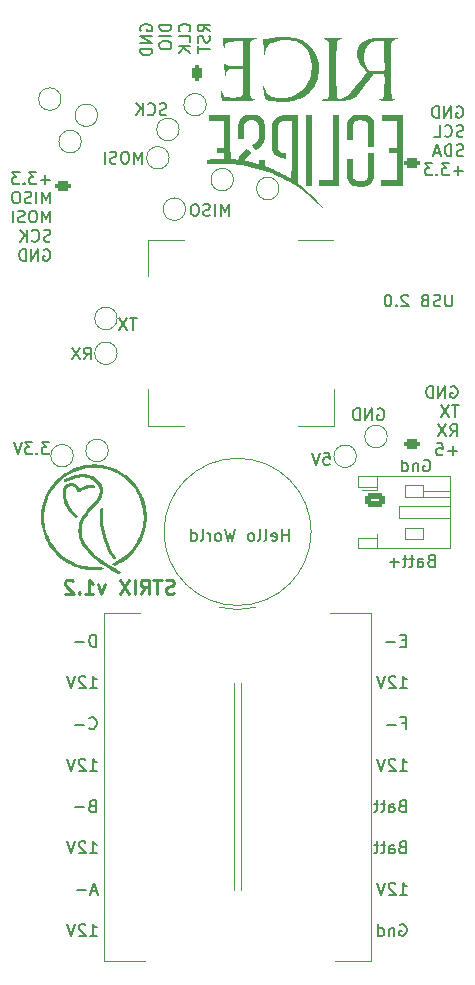
<source format=gbo>
%TF.GenerationSoftware,KiCad,Pcbnew,7.0.2-0*%
%TF.CreationDate,2023-10-23T21:08:08-05:00*%
%TF.ProjectId,Flight Computer,466c6967-6874-4204-936f-6d7075746572,1.1*%
%TF.SameCoordinates,Original*%
%TF.FileFunction,Legend,Bot*%
%TF.FilePolarity,Positive*%
%FSLAX46Y46*%
G04 Gerber Fmt 4.6, Leading zero omitted, Abs format (unit mm)*
G04 Created by KiCad (PCBNEW 7.0.2-0) date 2023-10-23 21:08:08*
%MOMM*%
%LPD*%
G01*
G04 APERTURE LIST*
G04 Aperture macros list*
%AMRoundRect*
0 Rectangle with rounded corners*
0 $1 Rounding radius*
0 $2 $3 $4 $5 $6 $7 $8 $9 X,Y pos of 4 corners*
0 Add a 4 corners polygon primitive as box body*
4,1,4,$2,$3,$4,$5,$6,$7,$8,$9,$2,$3,0*
0 Add four circle primitives for the rounded corners*
1,1,$1+$1,$2,$3*
1,1,$1+$1,$4,$5*
1,1,$1+$1,$6,$7*
1,1,$1+$1,$8,$9*
0 Add four rect primitives between the rounded corners*
20,1,$1+$1,$2,$3,$4,$5,0*
20,1,$1+$1,$4,$5,$6,$7,0*
20,1,$1+$1,$6,$7,$8,$9,0*
20,1,$1+$1,$8,$9,$2,$3,0*%
G04 Aperture macros list end*
%ADD10C,0.150000*%
%ADD11C,0.153000*%
%ADD12C,0.250000*%
%ADD13C,0.120000*%
%ADD14C,0.100000*%
%ADD15RoundRect,0.200000X0.450000X-0.200000X0.450000X0.200000X-0.450000X0.200000X-0.450000X-0.200000X0*%
%ADD16O,1.300000X0.800000*%
%ADD17C,0.650000*%
%ADD18O,2.100000X1.000000*%
%ADD19O,1.800000X1.000000*%
%ADD20RoundRect,0.200000X0.200000X0.450000X-0.200000X0.450000X-0.200000X-0.450000X0.200000X-0.450000X0*%
%ADD21O,0.800000X1.300000*%
%ADD22C,0.600000*%
%ADD23RoundRect,0.200000X-0.450000X0.200000X-0.450000X-0.200000X0.450000X-0.200000X0.450000X0.200000X0*%
%ADD24C,1.500000*%
%ADD25RoundRect,0.250000X-0.625000X0.350000X-0.625000X-0.350000X0.625000X-0.350000X0.625000X0.350000X0*%
%ADD26O,1.750000X1.200000*%
%ADD27C,2.000000*%
%ADD28R,3.000000X1.500000*%
%ADD29R,1.500000X3.000000*%
%ADD30R,2.000000X2.000000*%
G04 APERTURE END LIST*
D10*
X107821904Y-62867619D02*
X107821904Y-61867619D01*
X107821904Y-62343809D02*
X107250476Y-62343809D01*
X107250476Y-62867619D02*
X107250476Y-61867619D01*
X106393333Y-62820000D02*
X106488571Y-62867619D01*
X106488571Y-62867619D02*
X106679047Y-62867619D01*
X106679047Y-62867619D02*
X106774285Y-62820000D01*
X106774285Y-62820000D02*
X106821904Y-62724761D01*
X106821904Y-62724761D02*
X106821904Y-62343809D01*
X106821904Y-62343809D02*
X106774285Y-62248571D01*
X106774285Y-62248571D02*
X106679047Y-62200952D01*
X106679047Y-62200952D02*
X106488571Y-62200952D01*
X106488571Y-62200952D02*
X106393333Y-62248571D01*
X106393333Y-62248571D02*
X106345714Y-62343809D01*
X106345714Y-62343809D02*
X106345714Y-62439047D01*
X106345714Y-62439047D02*
X106821904Y-62534285D01*
X105774285Y-62867619D02*
X105869523Y-62820000D01*
X105869523Y-62820000D02*
X105917142Y-62724761D01*
X105917142Y-62724761D02*
X105917142Y-61867619D01*
X105250475Y-62867619D02*
X105345713Y-62820000D01*
X105345713Y-62820000D02*
X105393332Y-62724761D01*
X105393332Y-62724761D02*
X105393332Y-61867619D01*
X104726665Y-62867619D02*
X104821903Y-62820000D01*
X104821903Y-62820000D02*
X104869522Y-62772380D01*
X104869522Y-62772380D02*
X104917141Y-62677142D01*
X104917141Y-62677142D02*
X104917141Y-62391428D01*
X104917141Y-62391428D02*
X104869522Y-62296190D01*
X104869522Y-62296190D02*
X104821903Y-62248571D01*
X104821903Y-62248571D02*
X104726665Y-62200952D01*
X104726665Y-62200952D02*
X104583808Y-62200952D01*
X104583808Y-62200952D02*
X104488570Y-62248571D01*
X104488570Y-62248571D02*
X104440951Y-62296190D01*
X104440951Y-62296190D02*
X104393332Y-62391428D01*
X104393332Y-62391428D02*
X104393332Y-62677142D01*
X104393332Y-62677142D02*
X104440951Y-62772380D01*
X104440951Y-62772380D02*
X104488570Y-62820000D01*
X104488570Y-62820000D02*
X104583808Y-62867619D01*
X104583808Y-62867619D02*
X104726665Y-62867619D01*
X103298093Y-61867619D02*
X103059998Y-62867619D01*
X103059998Y-62867619D02*
X102869522Y-62153333D01*
X102869522Y-62153333D02*
X102679046Y-62867619D01*
X102679046Y-62867619D02*
X102440951Y-61867619D01*
X101917141Y-62867619D02*
X102012379Y-62820000D01*
X102012379Y-62820000D02*
X102059998Y-62772380D01*
X102059998Y-62772380D02*
X102107617Y-62677142D01*
X102107617Y-62677142D02*
X102107617Y-62391428D01*
X102107617Y-62391428D02*
X102059998Y-62296190D01*
X102059998Y-62296190D02*
X102012379Y-62248571D01*
X102012379Y-62248571D02*
X101917141Y-62200952D01*
X101917141Y-62200952D02*
X101774284Y-62200952D01*
X101774284Y-62200952D02*
X101679046Y-62248571D01*
X101679046Y-62248571D02*
X101631427Y-62296190D01*
X101631427Y-62296190D02*
X101583808Y-62391428D01*
X101583808Y-62391428D02*
X101583808Y-62677142D01*
X101583808Y-62677142D02*
X101631427Y-62772380D01*
X101631427Y-62772380D02*
X101679046Y-62820000D01*
X101679046Y-62820000D02*
X101774284Y-62867619D01*
X101774284Y-62867619D02*
X101917141Y-62867619D01*
X101155236Y-62867619D02*
X101155236Y-62200952D01*
X101155236Y-62391428D02*
X101107617Y-62296190D01*
X101107617Y-62296190D02*
X101059998Y-62248571D01*
X101059998Y-62248571D02*
X100964760Y-62200952D01*
X100964760Y-62200952D02*
X100869522Y-62200952D01*
X100393331Y-62867619D02*
X100488569Y-62820000D01*
X100488569Y-62820000D02*
X100536188Y-62724761D01*
X100536188Y-62724761D02*
X100536188Y-61867619D01*
X99583807Y-62867619D02*
X99583807Y-61867619D01*
X99583807Y-62820000D02*
X99679045Y-62867619D01*
X99679045Y-62867619D02*
X99869521Y-62867619D01*
X99869521Y-62867619D02*
X99964759Y-62820000D01*
X99964759Y-62820000D02*
X100012378Y-62772380D01*
X100012378Y-62772380D02*
X100059997Y-62677142D01*
X100059997Y-62677142D02*
X100059997Y-62391428D01*
X100059997Y-62391428D02*
X100012378Y-62296190D01*
X100012378Y-62296190D02*
X99964759Y-62248571D01*
X99964759Y-62248571D02*
X99869521Y-62200952D01*
X99869521Y-62200952D02*
X99679045Y-62200952D01*
X99679045Y-62200952D02*
X99583807Y-62248571D01*
D11*
X95391904Y-30907619D02*
X95391904Y-29907619D01*
X95391904Y-29907619D02*
X95058571Y-30621904D01*
X95058571Y-30621904D02*
X94725238Y-29907619D01*
X94725238Y-29907619D02*
X94725238Y-30907619D01*
X94058571Y-29907619D02*
X93868095Y-29907619D01*
X93868095Y-29907619D02*
X93772857Y-29955238D01*
X93772857Y-29955238D02*
X93677619Y-30050476D01*
X93677619Y-30050476D02*
X93630000Y-30240952D01*
X93630000Y-30240952D02*
X93630000Y-30574285D01*
X93630000Y-30574285D02*
X93677619Y-30764761D01*
X93677619Y-30764761D02*
X93772857Y-30860000D01*
X93772857Y-30860000D02*
X93868095Y-30907619D01*
X93868095Y-30907619D02*
X94058571Y-30907619D01*
X94058571Y-30907619D02*
X94153809Y-30860000D01*
X94153809Y-30860000D02*
X94249047Y-30764761D01*
X94249047Y-30764761D02*
X94296666Y-30574285D01*
X94296666Y-30574285D02*
X94296666Y-30240952D01*
X94296666Y-30240952D02*
X94249047Y-30050476D01*
X94249047Y-30050476D02*
X94153809Y-29955238D01*
X94153809Y-29955238D02*
X94058571Y-29907619D01*
X93249047Y-30860000D02*
X93106190Y-30907619D01*
X93106190Y-30907619D02*
X92868095Y-30907619D01*
X92868095Y-30907619D02*
X92772857Y-30860000D01*
X92772857Y-30860000D02*
X92725238Y-30812380D01*
X92725238Y-30812380D02*
X92677619Y-30717142D01*
X92677619Y-30717142D02*
X92677619Y-30621904D01*
X92677619Y-30621904D02*
X92725238Y-30526666D01*
X92725238Y-30526666D02*
X92772857Y-30479047D01*
X92772857Y-30479047D02*
X92868095Y-30431428D01*
X92868095Y-30431428D02*
X93058571Y-30383809D01*
X93058571Y-30383809D02*
X93153809Y-30336190D01*
X93153809Y-30336190D02*
X93201428Y-30288571D01*
X93201428Y-30288571D02*
X93249047Y-30193333D01*
X93249047Y-30193333D02*
X93249047Y-30098095D01*
X93249047Y-30098095D02*
X93201428Y-30002857D01*
X93201428Y-30002857D02*
X93153809Y-29955238D01*
X93153809Y-29955238D02*
X93058571Y-29907619D01*
X93058571Y-29907619D02*
X92820476Y-29907619D01*
X92820476Y-29907619D02*
X92677619Y-29955238D01*
X92249047Y-30907619D02*
X92249047Y-29907619D01*
X102741904Y-35327619D02*
X102741904Y-34327619D01*
X102741904Y-34327619D02*
X102408571Y-35041904D01*
X102408571Y-35041904D02*
X102075238Y-34327619D01*
X102075238Y-34327619D02*
X102075238Y-35327619D01*
X101599047Y-35327619D02*
X101599047Y-34327619D01*
X101170476Y-35280000D02*
X101027619Y-35327619D01*
X101027619Y-35327619D02*
X100789524Y-35327619D01*
X100789524Y-35327619D02*
X100694286Y-35280000D01*
X100694286Y-35280000D02*
X100646667Y-35232380D01*
X100646667Y-35232380D02*
X100599048Y-35137142D01*
X100599048Y-35137142D02*
X100599048Y-35041904D01*
X100599048Y-35041904D02*
X100646667Y-34946666D01*
X100646667Y-34946666D02*
X100694286Y-34899047D01*
X100694286Y-34899047D02*
X100789524Y-34851428D01*
X100789524Y-34851428D02*
X100980000Y-34803809D01*
X100980000Y-34803809D02*
X101075238Y-34756190D01*
X101075238Y-34756190D02*
X101122857Y-34708571D01*
X101122857Y-34708571D02*
X101170476Y-34613333D01*
X101170476Y-34613333D02*
X101170476Y-34518095D01*
X101170476Y-34518095D02*
X101122857Y-34422857D01*
X101122857Y-34422857D02*
X101075238Y-34375238D01*
X101075238Y-34375238D02*
X100980000Y-34327619D01*
X100980000Y-34327619D02*
X100741905Y-34327619D01*
X100741905Y-34327619D02*
X100599048Y-34375238D01*
X99980000Y-34327619D02*
X99789524Y-34327619D01*
X99789524Y-34327619D02*
X99694286Y-34375238D01*
X99694286Y-34375238D02*
X99599048Y-34470476D01*
X99599048Y-34470476D02*
X99551429Y-34660952D01*
X99551429Y-34660952D02*
X99551429Y-34994285D01*
X99551429Y-34994285D02*
X99599048Y-35184761D01*
X99599048Y-35184761D02*
X99694286Y-35280000D01*
X99694286Y-35280000D02*
X99789524Y-35327619D01*
X99789524Y-35327619D02*
X99980000Y-35327619D01*
X99980000Y-35327619D02*
X100075238Y-35280000D01*
X100075238Y-35280000D02*
X100170476Y-35184761D01*
X100170476Y-35184761D02*
X100218095Y-34994285D01*
X100218095Y-34994285D02*
X100218095Y-34660952D01*
X100218095Y-34660952D02*
X100170476Y-34470476D01*
X100170476Y-34470476D02*
X100075238Y-34375238D01*
X100075238Y-34375238D02*
X99980000Y-34327619D01*
X91178571Y-85273809D02*
X91035714Y-85321428D01*
X91035714Y-85321428D02*
X90988095Y-85369047D01*
X90988095Y-85369047D02*
X90940476Y-85464285D01*
X90940476Y-85464285D02*
X90940476Y-85607142D01*
X90940476Y-85607142D02*
X90988095Y-85702380D01*
X90988095Y-85702380D02*
X91035714Y-85750000D01*
X91035714Y-85750000D02*
X91130952Y-85797619D01*
X91130952Y-85797619D02*
X91511904Y-85797619D01*
X91511904Y-85797619D02*
X91511904Y-84797619D01*
X91511904Y-84797619D02*
X91178571Y-84797619D01*
X91178571Y-84797619D02*
X91083333Y-84845238D01*
X91083333Y-84845238D02*
X91035714Y-84892857D01*
X91035714Y-84892857D02*
X90988095Y-84988095D01*
X90988095Y-84988095D02*
X90988095Y-85083333D01*
X90988095Y-85083333D02*
X91035714Y-85178571D01*
X91035714Y-85178571D02*
X91083333Y-85226190D01*
X91083333Y-85226190D02*
X91178571Y-85273809D01*
X91178571Y-85273809D02*
X91511904Y-85273809D01*
X90511904Y-85416666D02*
X89750000Y-85416666D01*
X117238095Y-82297619D02*
X117809523Y-82297619D01*
X117523809Y-82297619D02*
X117523809Y-81297619D01*
X117523809Y-81297619D02*
X117619047Y-81440476D01*
X117619047Y-81440476D02*
X117714285Y-81535714D01*
X117714285Y-81535714D02*
X117809523Y-81583333D01*
X116857142Y-81392857D02*
X116809523Y-81345238D01*
X116809523Y-81345238D02*
X116714285Y-81297619D01*
X116714285Y-81297619D02*
X116476190Y-81297619D01*
X116476190Y-81297619D02*
X116380952Y-81345238D01*
X116380952Y-81345238D02*
X116333333Y-81392857D01*
X116333333Y-81392857D02*
X116285714Y-81488095D01*
X116285714Y-81488095D02*
X116285714Y-81583333D01*
X116285714Y-81583333D02*
X116333333Y-81726190D01*
X116333333Y-81726190D02*
X116904761Y-82297619D01*
X116904761Y-82297619D02*
X116285714Y-82297619D01*
X115999999Y-81297619D02*
X115666666Y-82297619D01*
X115666666Y-82297619D02*
X115333333Y-81297619D01*
X117761904Y-71273809D02*
X117428571Y-71273809D01*
X117285714Y-71797619D02*
X117761904Y-71797619D01*
X117761904Y-71797619D02*
X117761904Y-70797619D01*
X117761904Y-70797619D02*
X117285714Y-70797619D01*
X116857142Y-71416666D02*
X116095238Y-71416666D01*
X97479523Y-26760000D02*
X97336666Y-26807619D01*
X97336666Y-26807619D02*
X97098571Y-26807619D01*
X97098571Y-26807619D02*
X97003333Y-26760000D01*
X97003333Y-26760000D02*
X96955714Y-26712380D01*
X96955714Y-26712380D02*
X96908095Y-26617142D01*
X96908095Y-26617142D02*
X96908095Y-26521904D01*
X96908095Y-26521904D02*
X96955714Y-26426666D01*
X96955714Y-26426666D02*
X97003333Y-26379047D01*
X97003333Y-26379047D02*
X97098571Y-26331428D01*
X97098571Y-26331428D02*
X97289047Y-26283809D01*
X97289047Y-26283809D02*
X97384285Y-26236190D01*
X97384285Y-26236190D02*
X97431904Y-26188571D01*
X97431904Y-26188571D02*
X97479523Y-26093333D01*
X97479523Y-26093333D02*
X97479523Y-25998095D01*
X97479523Y-25998095D02*
X97431904Y-25902857D01*
X97431904Y-25902857D02*
X97384285Y-25855238D01*
X97384285Y-25855238D02*
X97289047Y-25807619D01*
X97289047Y-25807619D02*
X97050952Y-25807619D01*
X97050952Y-25807619D02*
X96908095Y-25855238D01*
X95908095Y-26712380D02*
X95955714Y-26760000D01*
X95955714Y-26760000D02*
X96098571Y-26807619D01*
X96098571Y-26807619D02*
X96193809Y-26807619D01*
X96193809Y-26807619D02*
X96336666Y-26760000D01*
X96336666Y-26760000D02*
X96431904Y-26664761D01*
X96431904Y-26664761D02*
X96479523Y-26569523D01*
X96479523Y-26569523D02*
X96527142Y-26379047D01*
X96527142Y-26379047D02*
X96527142Y-26236190D01*
X96527142Y-26236190D02*
X96479523Y-26045714D01*
X96479523Y-26045714D02*
X96431904Y-25950476D01*
X96431904Y-25950476D02*
X96336666Y-25855238D01*
X96336666Y-25855238D02*
X96193809Y-25807619D01*
X96193809Y-25807619D02*
X96098571Y-25807619D01*
X96098571Y-25807619D02*
X95955714Y-25855238D01*
X95955714Y-25855238D02*
X95908095Y-25902857D01*
X95479523Y-26807619D02*
X95479523Y-25807619D01*
X94908095Y-26807619D02*
X95336666Y-26236190D01*
X94908095Y-25807619D02*
X95479523Y-26379047D01*
X87547142Y-54517619D02*
X86928095Y-54517619D01*
X86928095Y-54517619D02*
X87261428Y-54898571D01*
X87261428Y-54898571D02*
X87118571Y-54898571D01*
X87118571Y-54898571D02*
X87023333Y-54946190D01*
X87023333Y-54946190D02*
X86975714Y-54993809D01*
X86975714Y-54993809D02*
X86928095Y-55089047D01*
X86928095Y-55089047D02*
X86928095Y-55327142D01*
X86928095Y-55327142D02*
X86975714Y-55422380D01*
X86975714Y-55422380D02*
X87023333Y-55470000D01*
X87023333Y-55470000D02*
X87118571Y-55517619D01*
X87118571Y-55517619D02*
X87404285Y-55517619D01*
X87404285Y-55517619D02*
X87499523Y-55470000D01*
X87499523Y-55470000D02*
X87547142Y-55422380D01*
X86499523Y-55422380D02*
X86451904Y-55470000D01*
X86451904Y-55470000D02*
X86499523Y-55517619D01*
X86499523Y-55517619D02*
X86547142Y-55470000D01*
X86547142Y-55470000D02*
X86499523Y-55422380D01*
X86499523Y-55422380D02*
X86499523Y-55517619D01*
X86118571Y-54517619D02*
X85499524Y-54517619D01*
X85499524Y-54517619D02*
X85832857Y-54898571D01*
X85832857Y-54898571D02*
X85690000Y-54898571D01*
X85690000Y-54898571D02*
X85594762Y-54946190D01*
X85594762Y-54946190D02*
X85547143Y-54993809D01*
X85547143Y-54993809D02*
X85499524Y-55089047D01*
X85499524Y-55089047D02*
X85499524Y-55327142D01*
X85499524Y-55327142D02*
X85547143Y-55422380D01*
X85547143Y-55422380D02*
X85594762Y-55470000D01*
X85594762Y-55470000D02*
X85690000Y-55517619D01*
X85690000Y-55517619D02*
X85975714Y-55517619D01*
X85975714Y-55517619D02*
X86070952Y-55470000D01*
X86070952Y-55470000D02*
X86118571Y-55422380D01*
X85213809Y-54517619D02*
X84880476Y-55517619D01*
X84880476Y-55517619D02*
X84547143Y-54517619D01*
X87611904Y-32276666D02*
X86850000Y-32276666D01*
X87230952Y-32657619D02*
X87230952Y-31895714D01*
X86469047Y-31657619D02*
X85850000Y-31657619D01*
X85850000Y-31657619D02*
X86183333Y-32038571D01*
X86183333Y-32038571D02*
X86040476Y-32038571D01*
X86040476Y-32038571D02*
X85945238Y-32086190D01*
X85945238Y-32086190D02*
X85897619Y-32133809D01*
X85897619Y-32133809D02*
X85850000Y-32229047D01*
X85850000Y-32229047D02*
X85850000Y-32467142D01*
X85850000Y-32467142D02*
X85897619Y-32562380D01*
X85897619Y-32562380D02*
X85945238Y-32610000D01*
X85945238Y-32610000D02*
X86040476Y-32657619D01*
X86040476Y-32657619D02*
X86326190Y-32657619D01*
X86326190Y-32657619D02*
X86421428Y-32610000D01*
X86421428Y-32610000D02*
X86469047Y-32562380D01*
X85421428Y-32562380D02*
X85373809Y-32610000D01*
X85373809Y-32610000D02*
X85421428Y-32657619D01*
X85421428Y-32657619D02*
X85469047Y-32610000D01*
X85469047Y-32610000D02*
X85421428Y-32562380D01*
X85421428Y-32562380D02*
X85421428Y-32657619D01*
X85040476Y-31657619D02*
X84421429Y-31657619D01*
X84421429Y-31657619D02*
X84754762Y-32038571D01*
X84754762Y-32038571D02*
X84611905Y-32038571D01*
X84611905Y-32038571D02*
X84516667Y-32086190D01*
X84516667Y-32086190D02*
X84469048Y-32133809D01*
X84469048Y-32133809D02*
X84421429Y-32229047D01*
X84421429Y-32229047D02*
X84421429Y-32467142D01*
X84421429Y-32467142D02*
X84469048Y-32562380D01*
X84469048Y-32562380D02*
X84516667Y-32610000D01*
X84516667Y-32610000D02*
X84611905Y-32657619D01*
X84611905Y-32657619D02*
X84897619Y-32657619D01*
X84897619Y-32657619D02*
X84992857Y-32610000D01*
X84992857Y-32610000D02*
X85040476Y-32562380D01*
X87611904Y-34277619D02*
X87611904Y-33277619D01*
X87611904Y-33277619D02*
X87278571Y-33991904D01*
X87278571Y-33991904D02*
X86945238Y-33277619D01*
X86945238Y-33277619D02*
X86945238Y-34277619D01*
X86469047Y-34277619D02*
X86469047Y-33277619D01*
X86040476Y-34230000D02*
X85897619Y-34277619D01*
X85897619Y-34277619D02*
X85659524Y-34277619D01*
X85659524Y-34277619D02*
X85564286Y-34230000D01*
X85564286Y-34230000D02*
X85516667Y-34182380D01*
X85516667Y-34182380D02*
X85469048Y-34087142D01*
X85469048Y-34087142D02*
X85469048Y-33991904D01*
X85469048Y-33991904D02*
X85516667Y-33896666D01*
X85516667Y-33896666D02*
X85564286Y-33849047D01*
X85564286Y-33849047D02*
X85659524Y-33801428D01*
X85659524Y-33801428D02*
X85850000Y-33753809D01*
X85850000Y-33753809D02*
X85945238Y-33706190D01*
X85945238Y-33706190D02*
X85992857Y-33658571D01*
X85992857Y-33658571D02*
X86040476Y-33563333D01*
X86040476Y-33563333D02*
X86040476Y-33468095D01*
X86040476Y-33468095D02*
X85992857Y-33372857D01*
X85992857Y-33372857D02*
X85945238Y-33325238D01*
X85945238Y-33325238D02*
X85850000Y-33277619D01*
X85850000Y-33277619D02*
X85611905Y-33277619D01*
X85611905Y-33277619D02*
X85469048Y-33325238D01*
X84850000Y-33277619D02*
X84659524Y-33277619D01*
X84659524Y-33277619D02*
X84564286Y-33325238D01*
X84564286Y-33325238D02*
X84469048Y-33420476D01*
X84469048Y-33420476D02*
X84421429Y-33610952D01*
X84421429Y-33610952D02*
X84421429Y-33944285D01*
X84421429Y-33944285D02*
X84469048Y-34134761D01*
X84469048Y-34134761D02*
X84564286Y-34230000D01*
X84564286Y-34230000D02*
X84659524Y-34277619D01*
X84659524Y-34277619D02*
X84850000Y-34277619D01*
X84850000Y-34277619D02*
X84945238Y-34230000D01*
X84945238Y-34230000D02*
X85040476Y-34134761D01*
X85040476Y-34134761D02*
X85088095Y-33944285D01*
X85088095Y-33944285D02*
X85088095Y-33610952D01*
X85088095Y-33610952D02*
X85040476Y-33420476D01*
X85040476Y-33420476D02*
X84945238Y-33325238D01*
X84945238Y-33325238D02*
X84850000Y-33277619D01*
X87611904Y-35897619D02*
X87611904Y-34897619D01*
X87611904Y-34897619D02*
X87278571Y-35611904D01*
X87278571Y-35611904D02*
X86945238Y-34897619D01*
X86945238Y-34897619D02*
X86945238Y-35897619D01*
X86278571Y-34897619D02*
X86088095Y-34897619D01*
X86088095Y-34897619D02*
X85992857Y-34945238D01*
X85992857Y-34945238D02*
X85897619Y-35040476D01*
X85897619Y-35040476D02*
X85850000Y-35230952D01*
X85850000Y-35230952D02*
X85850000Y-35564285D01*
X85850000Y-35564285D02*
X85897619Y-35754761D01*
X85897619Y-35754761D02*
X85992857Y-35850000D01*
X85992857Y-35850000D02*
X86088095Y-35897619D01*
X86088095Y-35897619D02*
X86278571Y-35897619D01*
X86278571Y-35897619D02*
X86373809Y-35850000D01*
X86373809Y-35850000D02*
X86469047Y-35754761D01*
X86469047Y-35754761D02*
X86516666Y-35564285D01*
X86516666Y-35564285D02*
X86516666Y-35230952D01*
X86516666Y-35230952D02*
X86469047Y-35040476D01*
X86469047Y-35040476D02*
X86373809Y-34945238D01*
X86373809Y-34945238D02*
X86278571Y-34897619D01*
X85469047Y-35850000D02*
X85326190Y-35897619D01*
X85326190Y-35897619D02*
X85088095Y-35897619D01*
X85088095Y-35897619D02*
X84992857Y-35850000D01*
X84992857Y-35850000D02*
X84945238Y-35802380D01*
X84945238Y-35802380D02*
X84897619Y-35707142D01*
X84897619Y-35707142D02*
X84897619Y-35611904D01*
X84897619Y-35611904D02*
X84945238Y-35516666D01*
X84945238Y-35516666D02*
X84992857Y-35469047D01*
X84992857Y-35469047D02*
X85088095Y-35421428D01*
X85088095Y-35421428D02*
X85278571Y-35373809D01*
X85278571Y-35373809D02*
X85373809Y-35326190D01*
X85373809Y-35326190D02*
X85421428Y-35278571D01*
X85421428Y-35278571D02*
X85469047Y-35183333D01*
X85469047Y-35183333D02*
X85469047Y-35088095D01*
X85469047Y-35088095D02*
X85421428Y-34992857D01*
X85421428Y-34992857D02*
X85373809Y-34945238D01*
X85373809Y-34945238D02*
X85278571Y-34897619D01*
X85278571Y-34897619D02*
X85040476Y-34897619D01*
X85040476Y-34897619D02*
X84897619Y-34945238D01*
X84469047Y-35897619D02*
X84469047Y-34897619D01*
X87659523Y-37470000D02*
X87516666Y-37517619D01*
X87516666Y-37517619D02*
X87278571Y-37517619D01*
X87278571Y-37517619D02*
X87183333Y-37470000D01*
X87183333Y-37470000D02*
X87135714Y-37422380D01*
X87135714Y-37422380D02*
X87088095Y-37327142D01*
X87088095Y-37327142D02*
X87088095Y-37231904D01*
X87088095Y-37231904D02*
X87135714Y-37136666D01*
X87135714Y-37136666D02*
X87183333Y-37089047D01*
X87183333Y-37089047D02*
X87278571Y-37041428D01*
X87278571Y-37041428D02*
X87469047Y-36993809D01*
X87469047Y-36993809D02*
X87564285Y-36946190D01*
X87564285Y-36946190D02*
X87611904Y-36898571D01*
X87611904Y-36898571D02*
X87659523Y-36803333D01*
X87659523Y-36803333D02*
X87659523Y-36708095D01*
X87659523Y-36708095D02*
X87611904Y-36612857D01*
X87611904Y-36612857D02*
X87564285Y-36565238D01*
X87564285Y-36565238D02*
X87469047Y-36517619D01*
X87469047Y-36517619D02*
X87230952Y-36517619D01*
X87230952Y-36517619D02*
X87088095Y-36565238D01*
X86088095Y-37422380D02*
X86135714Y-37470000D01*
X86135714Y-37470000D02*
X86278571Y-37517619D01*
X86278571Y-37517619D02*
X86373809Y-37517619D01*
X86373809Y-37517619D02*
X86516666Y-37470000D01*
X86516666Y-37470000D02*
X86611904Y-37374761D01*
X86611904Y-37374761D02*
X86659523Y-37279523D01*
X86659523Y-37279523D02*
X86707142Y-37089047D01*
X86707142Y-37089047D02*
X86707142Y-36946190D01*
X86707142Y-36946190D02*
X86659523Y-36755714D01*
X86659523Y-36755714D02*
X86611904Y-36660476D01*
X86611904Y-36660476D02*
X86516666Y-36565238D01*
X86516666Y-36565238D02*
X86373809Y-36517619D01*
X86373809Y-36517619D02*
X86278571Y-36517619D01*
X86278571Y-36517619D02*
X86135714Y-36565238D01*
X86135714Y-36565238D02*
X86088095Y-36612857D01*
X85659523Y-37517619D02*
X85659523Y-36517619D01*
X85088095Y-37517619D02*
X85516666Y-36946190D01*
X85088095Y-36517619D02*
X85659523Y-37089047D01*
X87088095Y-38185238D02*
X87183333Y-38137619D01*
X87183333Y-38137619D02*
X87326190Y-38137619D01*
X87326190Y-38137619D02*
X87469047Y-38185238D01*
X87469047Y-38185238D02*
X87564285Y-38280476D01*
X87564285Y-38280476D02*
X87611904Y-38375714D01*
X87611904Y-38375714D02*
X87659523Y-38566190D01*
X87659523Y-38566190D02*
X87659523Y-38709047D01*
X87659523Y-38709047D02*
X87611904Y-38899523D01*
X87611904Y-38899523D02*
X87564285Y-38994761D01*
X87564285Y-38994761D02*
X87469047Y-39090000D01*
X87469047Y-39090000D02*
X87326190Y-39137619D01*
X87326190Y-39137619D02*
X87230952Y-39137619D01*
X87230952Y-39137619D02*
X87088095Y-39090000D01*
X87088095Y-39090000D02*
X87040476Y-39042380D01*
X87040476Y-39042380D02*
X87040476Y-38709047D01*
X87040476Y-38709047D02*
X87230952Y-38709047D01*
X86611904Y-39137619D02*
X86611904Y-38137619D01*
X86611904Y-38137619D02*
X86040476Y-39137619D01*
X86040476Y-39137619D02*
X86040476Y-38137619D01*
X85564285Y-39137619D02*
X85564285Y-38137619D01*
X85564285Y-38137619D02*
X85326190Y-38137619D01*
X85326190Y-38137619D02*
X85183333Y-38185238D01*
X85183333Y-38185238D02*
X85088095Y-38280476D01*
X85088095Y-38280476D02*
X85040476Y-38375714D01*
X85040476Y-38375714D02*
X84992857Y-38566190D01*
X84992857Y-38566190D02*
X84992857Y-38709047D01*
X84992857Y-38709047D02*
X85040476Y-38899523D01*
X85040476Y-38899523D02*
X85088095Y-38994761D01*
X85088095Y-38994761D02*
X85183333Y-39090000D01*
X85183333Y-39090000D02*
X85326190Y-39137619D01*
X85326190Y-39137619D02*
X85564285Y-39137619D01*
X90940476Y-78702380D02*
X90988095Y-78750000D01*
X90988095Y-78750000D02*
X91130952Y-78797619D01*
X91130952Y-78797619D02*
X91226190Y-78797619D01*
X91226190Y-78797619D02*
X91369047Y-78750000D01*
X91369047Y-78750000D02*
X91464285Y-78654761D01*
X91464285Y-78654761D02*
X91511904Y-78559523D01*
X91511904Y-78559523D02*
X91559523Y-78369047D01*
X91559523Y-78369047D02*
X91559523Y-78226190D01*
X91559523Y-78226190D02*
X91511904Y-78035714D01*
X91511904Y-78035714D02*
X91464285Y-77940476D01*
X91464285Y-77940476D02*
X91369047Y-77845238D01*
X91369047Y-77845238D02*
X91226190Y-77797619D01*
X91226190Y-77797619D02*
X91130952Y-77797619D01*
X91130952Y-77797619D02*
X90988095Y-77845238D01*
X90988095Y-77845238D02*
X90940476Y-77892857D01*
X90511904Y-78416666D02*
X89750000Y-78416666D01*
X110775714Y-55407619D02*
X111251904Y-55407619D01*
X111251904Y-55407619D02*
X111299523Y-55883809D01*
X111299523Y-55883809D02*
X111251904Y-55836190D01*
X111251904Y-55836190D02*
X111156666Y-55788571D01*
X111156666Y-55788571D02*
X110918571Y-55788571D01*
X110918571Y-55788571D02*
X110823333Y-55836190D01*
X110823333Y-55836190D02*
X110775714Y-55883809D01*
X110775714Y-55883809D02*
X110728095Y-55979047D01*
X110728095Y-55979047D02*
X110728095Y-56217142D01*
X110728095Y-56217142D02*
X110775714Y-56312380D01*
X110775714Y-56312380D02*
X110823333Y-56360000D01*
X110823333Y-56360000D02*
X110918571Y-56407619D01*
X110918571Y-56407619D02*
X111156666Y-56407619D01*
X111156666Y-56407619D02*
X111251904Y-56360000D01*
X111251904Y-56360000D02*
X111299523Y-56312380D01*
X110442380Y-55407619D02*
X110109047Y-56407619D01*
X110109047Y-56407619D02*
X109775714Y-55407619D01*
X121558095Y-49795238D02*
X121653333Y-49747619D01*
X121653333Y-49747619D02*
X121796190Y-49747619D01*
X121796190Y-49747619D02*
X121939047Y-49795238D01*
X121939047Y-49795238D02*
X122034285Y-49890476D01*
X122034285Y-49890476D02*
X122081904Y-49985714D01*
X122081904Y-49985714D02*
X122129523Y-50176190D01*
X122129523Y-50176190D02*
X122129523Y-50319047D01*
X122129523Y-50319047D02*
X122081904Y-50509523D01*
X122081904Y-50509523D02*
X122034285Y-50604761D01*
X122034285Y-50604761D02*
X121939047Y-50700000D01*
X121939047Y-50700000D02*
X121796190Y-50747619D01*
X121796190Y-50747619D02*
X121700952Y-50747619D01*
X121700952Y-50747619D02*
X121558095Y-50700000D01*
X121558095Y-50700000D02*
X121510476Y-50652380D01*
X121510476Y-50652380D02*
X121510476Y-50319047D01*
X121510476Y-50319047D02*
X121700952Y-50319047D01*
X121081904Y-50747619D02*
X121081904Y-49747619D01*
X121081904Y-49747619D02*
X120510476Y-50747619D01*
X120510476Y-50747619D02*
X120510476Y-49747619D01*
X120034285Y-50747619D02*
X120034285Y-49747619D01*
X120034285Y-49747619D02*
X119796190Y-49747619D01*
X119796190Y-49747619D02*
X119653333Y-49795238D01*
X119653333Y-49795238D02*
X119558095Y-49890476D01*
X119558095Y-49890476D02*
X119510476Y-49985714D01*
X119510476Y-49985714D02*
X119462857Y-50176190D01*
X119462857Y-50176190D02*
X119462857Y-50319047D01*
X119462857Y-50319047D02*
X119510476Y-50509523D01*
X119510476Y-50509523D02*
X119558095Y-50604761D01*
X119558095Y-50604761D02*
X119653333Y-50700000D01*
X119653333Y-50700000D02*
X119796190Y-50747619D01*
X119796190Y-50747619D02*
X120034285Y-50747619D01*
X122224761Y-51367619D02*
X121653333Y-51367619D01*
X121939047Y-52367619D02*
X121939047Y-51367619D01*
X121415237Y-51367619D02*
X120748571Y-52367619D01*
X120748571Y-51367619D02*
X121415237Y-52367619D01*
X121510476Y-53987619D02*
X121843809Y-53511428D01*
X122081904Y-53987619D02*
X122081904Y-52987619D01*
X122081904Y-52987619D02*
X121700952Y-52987619D01*
X121700952Y-52987619D02*
X121605714Y-53035238D01*
X121605714Y-53035238D02*
X121558095Y-53082857D01*
X121558095Y-53082857D02*
X121510476Y-53178095D01*
X121510476Y-53178095D02*
X121510476Y-53320952D01*
X121510476Y-53320952D02*
X121558095Y-53416190D01*
X121558095Y-53416190D02*
X121605714Y-53463809D01*
X121605714Y-53463809D02*
X121700952Y-53511428D01*
X121700952Y-53511428D02*
X122081904Y-53511428D01*
X121177142Y-52987619D02*
X120510476Y-53987619D01*
X120510476Y-52987619D02*
X121177142Y-53987619D01*
X122081904Y-55226666D02*
X121320000Y-55226666D01*
X121700952Y-55607619D02*
X121700952Y-54845714D01*
X120367619Y-54607619D02*
X120843809Y-54607619D01*
X120843809Y-54607619D02*
X120891428Y-55083809D01*
X120891428Y-55083809D02*
X120843809Y-55036190D01*
X120843809Y-55036190D02*
X120748571Y-54988571D01*
X120748571Y-54988571D02*
X120510476Y-54988571D01*
X120510476Y-54988571D02*
X120415238Y-55036190D01*
X120415238Y-55036190D02*
X120367619Y-55083809D01*
X120367619Y-55083809D02*
X120320000Y-55179047D01*
X120320000Y-55179047D02*
X120320000Y-55417142D01*
X120320000Y-55417142D02*
X120367619Y-55512380D01*
X120367619Y-55512380D02*
X120415238Y-55560000D01*
X120415238Y-55560000D02*
X120510476Y-55607619D01*
X120510476Y-55607619D02*
X120748571Y-55607619D01*
X120748571Y-55607619D02*
X120843809Y-55560000D01*
X120843809Y-55560000D02*
X120891428Y-55512380D01*
X90988095Y-89297619D02*
X91559523Y-89297619D01*
X91273809Y-89297619D02*
X91273809Y-88297619D01*
X91273809Y-88297619D02*
X91369047Y-88440476D01*
X91369047Y-88440476D02*
X91464285Y-88535714D01*
X91464285Y-88535714D02*
X91559523Y-88583333D01*
X90607142Y-88392857D02*
X90559523Y-88345238D01*
X90559523Y-88345238D02*
X90464285Y-88297619D01*
X90464285Y-88297619D02*
X90226190Y-88297619D01*
X90226190Y-88297619D02*
X90130952Y-88345238D01*
X90130952Y-88345238D02*
X90083333Y-88392857D01*
X90083333Y-88392857D02*
X90035714Y-88488095D01*
X90035714Y-88488095D02*
X90035714Y-88583333D01*
X90035714Y-88583333D02*
X90083333Y-88726190D01*
X90083333Y-88726190D02*
X90654761Y-89297619D01*
X90654761Y-89297619D02*
X90035714Y-89297619D01*
X89749999Y-88297619D02*
X89416666Y-89297619D01*
X89416666Y-89297619D02*
X89083333Y-88297619D01*
X117238095Y-95345238D02*
X117333333Y-95297619D01*
X117333333Y-95297619D02*
X117476190Y-95297619D01*
X117476190Y-95297619D02*
X117619047Y-95345238D01*
X117619047Y-95345238D02*
X117714285Y-95440476D01*
X117714285Y-95440476D02*
X117761904Y-95535714D01*
X117761904Y-95535714D02*
X117809523Y-95726190D01*
X117809523Y-95726190D02*
X117809523Y-95869047D01*
X117809523Y-95869047D02*
X117761904Y-96059523D01*
X117761904Y-96059523D02*
X117714285Y-96154761D01*
X117714285Y-96154761D02*
X117619047Y-96250000D01*
X117619047Y-96250000D02*
X117476190Y-96297619D01*
X117476190Y-96297619D02*
X117380952Y-96297619D01*
X117380952Y-96297619D02*
X117238095Y-96250000D01*
X117238095Y-96250000D02*
X117190476Y-96202380D01*
X117190476Y-96202380D02*
X117190476Y-95869047D01*
X117190476Y-95869047D02*
X117380952Y-95869047D01*
X116761904Y-95630952D02*
X116761904Y-96297619D01*
X116761904Y-95726190D02*
X116714285Y-95678571D01*
X116714285Y-95678571D02*
X116619047Y-95630952D01*
X116619047Y-95630952D02*
X116476190Y-95630952D01*
X116476190Y-95630952D02*
X116380952Y-95678571D01*
X116380952Y-95678571D02*
X116333333Y-95773809D01*
X116333333Y-95773809D02*
X116333333Y-96297619D01*
X115428571Y-96297619D02*
X115428571Y-95297619D01*
X115428571Y-96250000D02*
X115523809Y-96297619D01*
X115523809Y-96297619D02*
X115714285Y-96297619D01*
X115714285Y-96297619D02*
X115809523Y-96250000D01*
X115809523Y-96250000D02*
X115857142Y-96202380D01*
X115857142Y-96202380D02*
X115904761Y-96107142D01*
X115904761Y-96107142D02*
X115904761Y-95821428D01*
X115904761Y-95821428D02*
X115857142Y-95726190D01*
X115857142Y-95726190D02*
X115809523Y-95678571D01*
X115809523Y-95678571D02*
X115714285Y-95630952D01*
X115714285Y-95630952D02*
X115523809Y-95630952D01*
X115523809Y-95630952D02*
X115428571Y-95678571D01*
X90988095Y-82297619D02*
X91559523Y-82297619D01*
X91273809Y-82297619D02*
X91273809Y-81297619D01*
X91273809Y-81297619D02*
X91369047Y-81440476D01*
X91369047Y-81440476D02*
X91464285Y-81535714D01*
X91464285Y-81535714D02*
X91559523Y-81583333D01*
X90607142Y-81392857D02*
X90559523Y-81345238D01*
X90559523Y-81345238D02*
X90464285Y-81297619D01*
X90464285Y-81297619D02*
X90226190Y-81297619D01*
X90226190Y-81297619D02*
X90130952Y-81345238D01*
X90130952Y-81345238D02*
X90083333Y-81392857D01*
X90083333Y-81392857D02*
X90035714Y-81488095D01*
X90035714Y-81488095D02*
X90035714Y-81583333D01*
X90035714Y-81583333D02*
X90083333Y-81726190D01*
X90083333Y-81726190D02*
X90654761Y-82297619D01*
X90654761Y-82297619D02*
X90035714Y-82297619D01*
X89749999Y-81297619D02*
X89416666Y-82297619D01*
X89416666Y-82297619D02*
X89083333Y-81297619D01*
X91511904Y-71797619D02*
X91511904Y-70797619D01*
X91511904Y-70797619D02*
X91273809Y-70797619D01*
X91273809Y-70797619D02*
X91130952Y-70845238D01*
X91130952Y-70845238D02*
X91035714Y-70940476D01*
X91035714Y-70940476D02*
X90988095Y-71035714D01*
X90988095Y-71035714D02*
X90940476Y-71226190D01*
X90940476Y-71226190D02*
X90940476Y-71369047D01*
X90940476Y-71369047D02*
X90988095Y-71559523D01*
X90988095Y-71559523D02*
X91035714Y-71654761D01*
X91035714Y-71654761D02*
X91130952Y-71750000D01*
X91130952Y-71750000D02*
X91273809Y-71797619D01*
X91273809Y-71797619D02*
X91511904Y-71797619D01*
X90511904Y-71416666D02*
X89750000Y-71416666D01*
X122038095Y-26085238D02*
X122133333Y-26037619D01*
X122133333Y-26037619D02*
X122276190Y-26037619D01*
X122276190Y-26037619D02*
X122419047Y-26085238D01*
X122419047Y-26085238D02*
X122514285Y-26180476D01*
X122514285Y-26180476D02*
X122561904Y-26275714D01*
X122561904Y-26275714D02*
X122609523Y-26466190D01*
X122609523Y-26466190D02*
X122609523Y-26609047D01*
X122609523Y-26609047D02*
X122561904Y-26799523D01*
X122561904Y-26799523D02*
X122514285Y-26894761D01*
X122514285Y-26894761D02*
X122419047Y-26990000D01*
X122419047Y-26990000D02*
X122276190Y-27037619D01*
X122276190Y-27037619D02*
X122180952Y-27037619D01*
X122180952Y-27037619D02*
X122038095Y-26990000D01*
X122038095Y-26990000D02*
X121990476Y-26942380D01*
X121990476Y-26942380D02*
X121990476Y-26609047D01*
X121990476Y-26609047D02*
X122180952Y-26609047D01*
X121561904Y-27037619D02*
X121561904Y-26037619D01*
X121561904Y-26037619D02*
X120990476Y-27037619D01*
X120990476Y-27037619D02*
X120990476Y-26037619D01*
X120514285Y-27037619D02*
X120514285Y-26037619D01*
X120514285Y-26037619D02*
X120276190Y-26037619D01*
X120276190Y-26037619D02*
X120133333Y-26085238D01*
X120133333Y-26085238D02*
X120038095Y-26180476D01*
X120038095Y-26180476D02*
X119990476Y-26275714D01*
X119990476Y-26275714D02*
X119942857Y-26466190D01*
X119942857Y-26466190D02*
X119942857Y-26609047D01*
X119942857Y-26609047D02*
X119990476Y-26799523D01*
X119990476Y-26799523D02*
X120038095Y-26894761D01*
X120038095Y-26894761D02*
X120133333Y-26990000D01*
X120133333Y-26990000D02*
X120276190Y-27037619D01*
X120276190Y-27037619D02*
X120514285Y-27037619D01*
X122609523Y-28610000D02*
X122466666Y-28657619D01*
X122466666Y-28657619D02*
X122228571Y-28657619D01*
X122228571Y-28657619D02*
X122133333Y-28610000D01*
X122133333Y-28610000D02*
X122085714Y-28562380D01*
X122085714Y-28562380D02*
X122038095Y-28467142D01*
X122038095Y-28467142D02*
X122038095Y-28371904D01*
X122038095Y-28371904D02*
X122085714Y-28276666D01*
X122085714Y-28276666D02*
X122133333Y-28229047D01*
X122133333Y-28229047D02*
X122228571Y-28181428D01*
X122228571Y-28181428D02*
X122419047Y-28133809D01*
X122419047Y-28133809D02*
X122514285Y-28086190D01*
X122514285Y-28086190D02*
X122561904Y-28038571D01*
X122561904Y-28038571D02*
X122609523Y-27943333D01*
X122609523Y-27943333D02*
X122609523Y-27848095D01*
X122609523Y-27848095D02*
X122561904Y-27752857D01*
X122561904Y-27752857D02*
X122514285Y-27705238D01*
X122514285Y-27705238D02*
X122419047Y-27657619D01*
X122419047Y-27657619D02*
X122180952Y-27657619D01*
X122180952Y-27657619D02*
X122038095Y-27705238D01*
X121038095Y-28562380D02*
X121085714Y-28610000D01*
X121085714Y-28610000D02*
X121228571Y-28657619D01*
X121228571Y-28657619D02*
X121323809Y-28657619D01*
X121323809Y-28657619D02*
X121466666Y-28610000D01*
X121466666Y-28610000D02*
X121561904Y-28514761D01*
X121561904Y-28514761D02*
X121609523Y-28419523D01*
X121609523Y-28419523D02*
X121657142Y-28229047D01*
X121657142Y-28229047D02*
X121657142Y-28086190D01*
X121657142Y-28086190D02*
X121609523Y-27895714D01*
X121609523Y-27895714D02*
X121561904Y-27800476D01*
X121561904Y-27800476D02*
X121466666Y-27705238D01*
X121466666Y-27705238D02*
X121323809Y-27657619D01*
X121323809Y-27657619D02*
X121228571Y-27657619D01*
X121228571Y-27657619D02*
X121085714Y-27705238D01*
X121085714Y-27705238D02*
X121038095Y-27752857D01*
X120133333Y-28657619D02*
X120609523Y-28657619D01*
X120609523Y-28657619D02*
X120609523Y-27657619D01*
X122609523Y-30230000D02*
X122466666Y-30277619D01*
X122466666Y-30277619D02*
X122228571Y-30277619D01*
X122228571Y-30277619D02*
X122133333Y-30230000D01*
X122133333Y-30230000D02*
X122085714Y-30182380D01*
X122085714Y-30182380D02*
X122038095Y-30087142D01*
X122038095Y-30087142D02*
X122038095Y-29991904D01*
X122038095Y-29991904D02*
X122085714Y-29896666D01*
X122085714Y-29896666D02*
X122133333Y-29849047D01*
X122133333Y-29849047D02*
X122228571Y-29801428D01*
X122228571Y-29801428D02*
X122419047Y-29753809D01*
X122419047Y-29753809D02*
X122514285Y-29706190D01*
X122514285Y-29706190D02*
X122561904Y-29658571D01*
X122561904Y-29658571D02*
X122609523Y-29563333D01*
X122609523Y-29563333D02*
X122609523Y-29468095D01*
X122609523Y-29468095D02*
X122561904Y-29372857D01*
X122561904Y-29372857D02*
X122514285Y-29325238D01*
X122514285Y-29325238D02*
X122419047Y-29277619D01*
X122419047Y-29277619D02*
X122180952Y-29277619D01*
X122180952Y-29277619D02*
X122038095Y-29325238D01*
X121609523Y-30277619D02*
X121609523Y-29277619D01*
X121609523Y-29277619D02*
X121371428Y-29277619D01*
X121371428Y-29277619D02*
X121228571Y-29325238D01*
X121228571Y-29325238D02*
X121133333Y-29420476D01*
X121133333Y-29420476D02*
X121085714Y-29515714D01*
X121085714Y-29515714D02*
X121038095Y-29706190D01*
X121038095Y-29706190D02*
X121038095Y-29849047D01*
X121038095Y-29849047D02*
X121085714Y-30039523D01*
X121085714Y-30039523D02*
X121133333Y-30134761D01*
X121133333Y-30134761D02*
X121228571Y-30230000D01*
X121228571Y-30230000D02*
X121371428Y-30277619D01*
X121371428Y-30277619D02*
X121609523Y-30277619D01*
X120657142Y-29991904D02*
X120180952Y-29991904D01*
X120752380Y-30277619D02*
X120419047Y-29277619D01*
X120419047Y-29277619D02*
X120085714Y-30277619D01*
X122561904Y-31516666D02*
X121800000Y-31516666D01*
X122180952Y-31897619D02*
X122180952Y-31135714D01*
X121419047Y-30897619D02*
X120800000Y-30897619D01*
X120800000Y-30897619D02*
X121133333Y-31278571D01*
X121133333Y-31278571D02*
X120990476Y-31278571D01*
X120990476Y-31278571D02*
X120895238Y-31326190D01*
X120895238Y-31326190D02*
X120847619Y-31373809D01*
X120847619Y-31373809D02*
X120800000Y-31469047D01*
X120800000Y-31469047D02*
X120800000Y-31707142D01*
X120800000Y-31707142D02*
X120847619Y-31802380D01*
X120847619Y-31802380D02*
X120895238Y-31850000D01*
X120895238Y-31850000D02*
X120990476Y-31897619D01*
X120990476Y-31897619D02*
X121276190Y-31897619D01*
X121276190Y-31897619D02*
X121371428Y-31850000D01*
X121371428Y-31850000D02*
X121419047Y-31802380D01*
X120371428Y-31802380D02*
X120323809Y-31850000D01*
X120323809Y-31850000D02*
X120371428Y-31897619D01*
X120371428Y-31897619D02*
X120419047Y-31850000D01*
X120419047Y-31850000D02*
X120371428Y-31802380D01*
X120371428Y-31802380D02*
X120371428Y-31897619D01*
X119990476Y-30897619D02*
X119371429Y-30897619D01*
X119371429Y-30897619D02*
X119704762Y-31278571D01*
X119704762Y-31278571D02*
X119561905Y-31278571D01*
X119561905Y-31278571D02*
X119466667Y-31326190D01*
X119466667Y-31326190D02*
X119419048Y-31373809D01*
X119419048Y-31373809D02*
X119371429Y-31469047D01*
X119371429Y-31469047D02*
X119371429Y-31707142D01*
X119371429Y-31707142D02*
X119419048Y-31802380D01*
X119419048Y-31802380D02*
X119466667Y-31850000D01*
X119466667Y-31850000D02*
X119561905Y-31897619D01*
X119561905Y-31897619D02*
X119847619Y-31897619D01*
X119847619Y-31897619D02*
X119942857Y-31850000D01*
X119942857Y-31850000D02*
X119990476Y-31802380D01*
X117238095Y-75297619D02*
X117809523Y-75297619D01*
X117523809Y-75297619D02*
X117523809Y-74297619D01*
X117523809Y-74297619D02*
X117619047Y-74440476D01*
X117619047Y-74440476D02*
X117714285Y-74535714D01*
X117714285Y-74535714D02*
X117809523Y-74583333D01*
X116857142Y-74392857D02*
X116809523Y-74345238D01*
X116809523Y-74345238D02*
X116714285Y-74297619D01*
X116714285Y-74297619D02*
X116476190Y-74297619D01*
X116476190Y-74297619D02*
X116380952Y-74345238D01*
X116380952Y-74345238D02*
X116333333Y-74392857D01*
X116333333Y-74392857D02*
X116285714Y-74488095D01*
X116285714Y-74488095D02*
X116285714Y-74583333D01*
X116285714Y-74583333D02*
X116333333Y-74726190D01*
X116333333Y-74726190D02*
X116904761Y-75297619D01*
X116904761Y-75297619D02*
X116285714Y-75297619D01*
X115999999Y-74297619D02*
X115666666Y-75297619D01*
X115666666Y-75297619D02*
X115333333Y-74297619D01*
X90490476Y-47497619D02*
X90823809Y-47021428D01*
X91061904Y-47497619D02*
X91061904Y-46497619D01*
X91061904Y-46497619D02*
X90680952Y-46497619D01*
X90680952Y-46497619D02*
X90585714Y-46545238D01*
X90585714Y-46545238D02*
X90538095Y-46592857D01*
X90538095Y-46592857D02*
X90490476Y-46688095D01*
X90490476Y-46688095D02*
X90490476Y-46830952D01*
X90490476Y-46830952D02*
X90538095Y-46926190D01*
X90538095Y-46926190D02*
X90585714Y-46973809D01*
X90585714Y-46973809D02*
X90680952Y-47021428D01*
X90680952Y-47021428D02*
X91061904Y-47021428D01*
X90157142Y-46497619D02*
X89490476Y-47497619D01*
X89490476Y-46497619D02*
X90157142Y-47497619D01*
X117428571Y-78273809D02*
X117761904Y-78273809D01*
X117761904Y-78797619D02*
X117761904Y-77797619D01*
X117761904Y-77797619D02*
X117285714Y-77797619D01*
X116904761Y-78416666D02*
X116142857Y-78416666D01*
X117238095Y-92797619D02*
X117809523Y-92797619D01*
X117523809Y-92797619D02*
X117523809Y-91797619D01*
X117523809Y-91797619D02*
X117619047Y-91940476D01*
X117619047Y-91940476D02*
X117714285Y-92035714D01*
X117714285Y-92035714D02*
X117809523Y-92083333D01*
X116857142Y-91892857D02*
X116809523Y-91845238D01*
X116809523Y-91845238D02*
X116714285Y-91797619D01*
X116714285Y-91797619D02*
X116476190Y-91797619D01*
X116476190Y-91797619D02*
X116380952Y-91845238D01*
X116380952Y-91845238D02*
X116333333Y-91892857D01*
X116333333Y-91892857D02*
X116285714Y-91988095D01*
X116285714Y-91988095D02*
X116285714Y-92083333D01*
X116285714Y-92083333D02*
X116333333Y-92226190D01*
X116333333Y-92226190D02*
X116904761Y-92797619D01*
X116904761Y-92797619D02*
X116285714Y-92797619D01*
X115999999Y-91797619D02*
X115666666Y-92797619D01*
X115666666Y-92797619D02*
X115333333Y-91797619D01*
X90988095Y-96297619D02*
X91559523Y-96297619D01*
X91273809Y-96297619D02*
X91273809Y-95297619D01*
X91273809Y-95297619D02*
X91369047Y-95440476D01*
X91369047Y-95440476D02*
X91464285Y-95535714D01*
X91464285Y-95535714D02*
X91559523Y-95583333D01*
X90607142Y-95392857D02*
X90559523Y-95345238D01*
X90559523Y-95345238D02*
X90464285Y-95297619D01*
X90464285Y-95297619D02*
X90226190Y-95297619D01*
X90226190Y-95297619D02*
X90130952Y-95345238D01*
X90130952Y-95345238D02*
X90083333Y-95392857D01*
X90083333Y-95392857D02*
X90035714Y-95488095D01*
X90035714Y-95488095D02*
X90035714Y-95583333D01*
X90035714Y-95583333D02*
X90083333Y-95726190D01*
X90083333Y-95726190D02*
X90654761Y-96297619D01*
X90654761Y-96297619D02*
X90035714Y-96297619D01*
X89749999Y-95297619D02*
X89416666Y-96297619D01*
X89416666Y-96297619D02*
X89083333Y-95297619D01*
X121661904Y-41997619D02*
X121661904Y-42807142D01*
X121661904Y-42807142D02*
X121614285Y-42902380D01*
X121614285Y-42902380D02*
X121566666Y-42950000D01*
X121566666Y-42950000D02*
X121471428Y-42997619D01*
X121471428Y-42997619D02*
X121280952Y-42997619D01*
X121280952Y-42997619D02*
X121185714Y-42950000D01*
X121185714Y-42950000D02*
X121138095Y-42902380D01*
X121138095Y-42902380D02*
X121090476Y-42807142D01*
X121090476Y-42807142D02*
X121090476Y-41997619D01*
X120661904Y-42950000D02*
X120519047Y-42997619D01*
X120519047Y-42997619D02*
X120280952Y-42997619D01*
X120280952Y-42997619D02*
X120185714Y-42950000D01*
X120185714Y-42950000D02*
X120138095Y-42902380D01*
X120138095Y-42902380D02*
X120090476Y-42807142D01*
X120090476Y-42807142D02*
X120090476Y-42711904D01*
X120090476Y-42711904D02*
X120138095Y-42616666D01*
X120138095Y-42616666D02*
X120185714Y-42569047D01*
X120185714Y-42569047D02*
X120280952Y-42521428D01*
X120280952Y-42521428D02*
X120471428Y-42473809D01*
X120471428Y-42473809D02*
X120566666Y-42426190D01*
X120566666Y-42426190D02*
X120614285Y-42378571D01*
X120614285Y-42378571D02*
X120661904Y-42283333D01*
X120661904Y-42283333D02*
X120661904Y-42188095D01*
X120661904Y-42188095D02*
X120614285Y-42092857D01*
X120614285Y-42092857D02*
X120566666Y-42045238D01*
X120566666Y-42045238D02*
X120471428Y-41997619D01*
X120471428Y-41997619D02*
X120233333Y-41997619D01*
X120233333Y-41997619D02*
X120090476Y-42045238D01*
X119328571Y-42473809D02*
X119185714Y-42521428D01*
X119185714Y-42521428D02*
X119138095Y-42569047D01*
X119138095Y-42569047D02*
X119090476Y-42664285D01*
X119090476Y-42664285D02*
X119090476Y-42807142D01*
X119090476Y-42807142D02*
X119138095Y-42902380D01*
X119138095Y-42902380D02*
X119185714Y-42950000D01*
X119185714Y-42950000D02*
X119280952Y-42997619D01*
X119280952Y-42997619D02*
X119661904Y-42997619D01*
X119661904Y-42997619D02*
X119661904Y-41997619D01*
X119661904Y-41997619D02*
X119328571Y-41997619D01*
X119328571Y-41997619D02*
X119233333Y-42045238D01*
X119233333Y-42045238D02*
X119185714Y-42092857D01*
X119185714Y-42092857D02*
X119138095Y-42188095D01*
X119138095Y-42188095D02*
X119138095Y-42283333D01*
X119138095Y-42283333D02*
X119185714Y-42378571D01*
X119185714Y-42378571D02*
X119233333Y-42426190D01*
X119233333Y-42426190D02*
X119328571Y-42473809D01*
X119328571Y-42473809D02*
X119661904Y-42473809D01*
X117947618Y-42092857D02*
X117899999Y-42045238D01*
X117899999Y-42045238D02*
X117804761Y-41997619D01*
X117804761Y-41997619D02*
X117566666Y-41997619D01*
X117566666Y-41997619D02*
X117471428Y-42045238D01*
X117471428Y-42045238D02*
X117423809Y-42092857D01*
X117423809Y-42092857D02*
X117376190Y-42188095D01*
X117376190Y-42188095D02*
X117376190Y-42283333D01*
X117376190Y-42283333D02*
X117423809Y-42426190D01*
X117423809Y-42426190D02*
X117995237Y-42997619D01*
X117995237Y-42997619D02*
X117376190Y-42997619D01*
X116947618Y-42902380D02*
X116899999Y-42950000D01*
X116899999Y-42950000D02*
X116947618Y-42997619D01*
X116947618Y-42997619D02*
X116995237Y-42950000D01*
X116995237Y-42950000D02*
X116947618Y-42902380D01*
X116947618Y-42902380D02*
X116947618Y-42997619D01*
X116280952Y-41997619D02*
X116185714Y-41997619D01*
X116185714Y-41997619D02*
X116090476Y-42045238D01*
X116090476Y-42045238D02*
X116042857Y-42092857D01*
X116042857Y-42092857D02*
X115995238Y-42188095D01*
X115995238Y-42188095D02*
X115947619Y-42378571D01*
X115947619Y-42378571D02*
X115947619Y-42616666D01*
X115947619Y-42616666D02*
X115995238Y-42807142D01*
X115995238Y-42807142D02*
X116042857Y-42902380D01*
X116042857Y-42902380D02*
X116090476Y-42950000D01*
X116090476Y-42950000D02*
X116185714Y-42997619D01*
X116185714Y-42997619D02*
X116280952Y-42997619D01*
X116280952Y-42997619D02*
X116376190Y-42950000D01*
X116376190Y-42950000D02*
X116423809Y-42902380D01*
X116423809Y-42902380D02*
X116471428Y-42807142D01*
X116471428Y-42807142D02*
X116519047Y-42616666D01*
X116519047Y-42616666D02*
X116519047Y-42378571D01*
X116519047Y-42378571D02*
X116471428Y-42188095D01*
X116471428Y-42188095D02*
X116423809Y-42092857D01*
X116423809Y-42092857D02*
X116376190Y-42045238D01*
X116376190Y-42045238D02*
X116280952Y-41997619D01*
X117428571Y-88773809D02*
X117285714Y-88821428D01*
X117285714Y-88821428D02*
X117238095Y-88869047D01*
X117238095Y-88869047D02*
X117190476Y-88964285D01*
X117190476Y-88964285D02*
X117190476Y-89107142D01*
X117190476Y-89107142D02*
X117238095Y-89202380D01*
X117238095Y-89202380D02*
X117285714Y-89250000D01*
X117285714Y-89250000D02*
X117380952Y-89297619D01*
X117380952Y-89297619D02*
X117761904Y-89297619D01*
X117761904Y-89297619D02*
X117761904Y-88297619D01*
X117761904Y-88297619D02*
X117428571Y-88297619D01*
X117428571Y-88297619D02*
X117333333Y-88345238D01*
X117333333Y-88345238D02*
X117285714Y-88392857D01*
X117285714Y-88392857D02*
X117238095Y-88488095D01*
X117238095Y-88488095D02*
X117238095Y-88583333D01*
X117238095Y-88583333D02*
X117285714Y-88678571D01*
X117285714Y-88678571D02*
X117333333Y-88726190D01*
X117333333Y-88726190D02*
X117428571Y-88773809D01*
X117428571Y-88773809D02*
X117761904Y-88773809D01*
X116333333Y-89297619D02*
X116333333Y-88773809D01*
X116333333Y-88773809D02*
X116380952Y-88678571D01*
X116380952Y-88678571D02*
X116476190Y-88630952D01*
X116476190Y-88630952D02*
X116666666Y-88630952D01*
X116666666Y-88630952D02*
X116761904Y-88678571D01*
X116333333Y-89250000D02*
X116428571Y-89297619D01*
X116428571Y-89297619D02*
X116666666Y-89297619D01*
X116666666Y-89297619D02*
X116761904Y-89250000D01*
X116761904Y-89250000D02*
X116809523Y-89154761D01*
X116809523Y-89154761D02*
X116809523Y-89059523D01*
X116809523Y-89059523D02*
X116761904Y-88964285D01*
X116761904Y-88964285D02*
X116666666Y-88916666D01*
X116666666Y-88916666D02*
X116428571Y-88916666D01*
X116428571Y-88916666D02*
X116333333Y-88869047D01*
X115999999Y-88630952D02*
X115619047Y-88630952D01*
X115857142Y-88297619D02*
X115857142Y-89154761D01*
X115857142Y-89154761D02*
X115809523Y-89250000D01*
X115809523Y-89250000D02*
X115714285Y-89297619D01*
X115714285Y-89297619D02*
X115619047Y-89297619D01*
X115428570Y-88630952D02*
X115047618Y-88630952D01*
X115285713Y-88297619D02*
X115285713Y-89154761D01*
X115285713Y-89154761D02*
X115238094Y-89250000D01*
X115238094Y-89250000D02*
X115142856Y-89297619D01*
X115142856Y-89297619D02*
X115047618Y-89297619D01*
X119258095Y-56015238D02*
X119353333Y-55967619D01*
X119353333Y-55967619D02*
X119496190Y-55967619D01*
X119496190Y-55967619D02*
X119639047Y-56015238D01*
X119639047Y-56015238D02*
X119734285Y-56110476D01*
X119734285Y-56110476D02*
X119781904Y-56205714D01*
X119781904Y-56205714D02*
X119829523Y-56396190D01*
X119829523Y-56396190D02*
X119829523Y-56539047D01*
X119829523Y-56539047D02*
X119781904Y-56729523D01*
X119781904Y-56729523D02*
X119734285Y-56824761D01*
X119734285Y-56824761D02*
X119639047Y-56920000D01*
X119639047Y-56920000D02*
X119496190Y-56967619D01*
X119496190Y-56967619D02*
X119400952Y-56967619D01*
X119400952Y-56967619D02*
X119258095Y-56920000D01*
X119258095Y-56920000D02*
X119210476Y-56872380D01*
X119210476Y-56872380D02*
X119210476Y-56539047D01*
X119210476Y-56539047D02*
X119400952Y-56539047D01*
X118781904Y-56300952D02*
X118781904Y-56967619D01*
X118781904Y-56396190D02*
X118734285Y-56348571D01*
X118734285Y-56348571D02*
X118639047Y-56300952D01*
X118639047Y-56300952D02*
X118496190Y-56300952D01*
X118496190Y-56300952D02*
X118400952Y-56348571D01*
X118400952Y-56348571D02*
X118353333Y-56443809D01*
X118353333Y-56443809D02*
X118353333Y-56967619D01*
X117448571Y-56967619D02*
X117448571Y-55967619D01*
X117448571Y-56920000D02*
X117543809Y-56967619D01*
X117543809Y-56967619D02*
X117734285Y-56967619D01*
X117734285Y-56967619D02*
X117829523Y-56920000D01*
X117829523Y-56920000D02*
X117877142Y-56872380D01*
X117877142Y-56872380D02*
X117924761Y-56777142D01*
X117924761Y-56777142D02*
X117924761Y-56491428D01*
X117924761Y-56491428D02*
X117877142Y-56396190D01*
X117877142Y-56396190D02*
X117829523Y-56348571D01*
X117829523Y-56348571D02*
X117734285Y-56300952D01*
X117734285Y-56300952D02*
X117543809Y-56300952D01*
X117543809Y-56300952D02*
X117448571Y-56348571D01*
D12*
X98091428Y-67276000D02*
X97920000Y-67333142D01*
X97920000Y-67333142D02*
X97634285Y-67333142D01*
X97634285Y-67333142D02*
X97520000Y-67276000D01*
X97520000Y-67276000D02*
X97462857Y-67218857D01*
X97462857Y-67218857D02*
X97405714Y-67104571D01*
X97405714Y-67104571D02*
X97405714Y-66990285D01*
X97405714Y-66990285D02*
X97462857Y-66876000D01*
X97462857Y-66876000D02*
X97520000Y-66818857D01*
X97520000Y-66818857D02*
X97634285Y-66761714D01*
X97634285Y-66761714D02*
X97862857Y-66704571D01*
X97862857Y-66704571D02*
X97977142Y-66647428D01*
X97977142Y-66647428D02*
X98034285Y-66590285D01*
X98034285Y-66590285D02*
X98091428Y-66476000D01*
X98091428Y-66476000D02*
X98091428Y-66361714D01*
X98091428Y-66361714D02*
X98034285Y-66247428D01*
X98034285Y-66247428D02*
X97977142Y-66190285D01*
X97977142Y-66190285D02*
X97862857Y-66133142D01*
X97862857Y-66133142D02*
X97577142Y-66133142D01*
X97577142Y-66133142D02*
X97405714Y-66190285D01*
X97062857Y-66133142D02*
X96377143Y-66133142D01*
X96720000Y-67333142D02*
X96720000Y-66133142D01*
X95291428Y-67333142D02*
X95691428Y-66761714D01*
X95977142Y-67333142D02*
X95977142Y-66133142D01*
X95977142Y-66133142D02*
X95519999Y-66133142D01*
X95519999Y-66133142D02*
X95405714Y-66190285D01*
X95405714Y-66190285D02*
X95348571Y-66247428D01*
X95348571Y-66247428D02*
X95291428Y-66361714D01*
X95291428Y-66361714D02*
X95291428Y-66533142D01*
X95291428Y-66533142D02*
X95348571Y-66647428D01*
X95348571Y-66647428D02*
X95405714Y-66704571D01*
X95405714Y-66704571D02*
X95519999Y-66761714D01*
X95519999Y-66761714D02*
X95977142Y-66761714D01*
X94777142Y-67333142D02*
X94777142Y-66133142D01*
X94319999Y-66133142D02*
X93519999Y-67333142D01*
X93519999Y-66133142D02*
X94319999Y-67333142D01*
X92262856Y-66533142D02*
X91977142Y-67333142D01*
X91977142Y-67333142D02*
X91691427Y-66533142D01*
X90605713Y-67333142D02*
X91291427Y-67333142D01*
X90948570Y-67333142D02*
X90948570Y-66133142D01*
X90948570Y-66133142D02*
X91062856Y-66304571D01*
X91062856Y-66304571D02*
X91177141Y-66418857D01*
X91177141Y-66418857D02*
X91291427Y-66476000D01*
X90091427Y-67218857D02*
X90034284Y-67276000D01*
X90034284Y-67276000D02*
X90091427Y-67333142D01*
X90091427Y-67333142D02*
X90148570Y-67276000D01*
X90148570Y-67276000D02*
X90091427Y-67218857D01*
X90091427Y-67218857D02*
X90091427Y-67333142D01*
X89577141Y-66247428D02*
X89519998Y-66190285D01*
X89519998Y-66190285D02*
X89405713Y-66133142D01*
X89405713Y-66133142D02*
X89119998Y-66133142D01*
X89119998Y-66133142D02*
X89005713Y-66190285D01*
X89005713Y-66190285D02*
X88948570Y-66247428D01*
X88948570Y-66247428D02*
X88891427Y-66361714D01*
X88891427Y-66361714D02*
X88891427Y-66476000D01*
X88891427Y-66476000D02*
X88948570Y-66647428D01*
X88948570Y-66647428D02*
X89634284Y-67333142D01*
X89634284Y-67333142D02*
X88891427Y-67333142D01*
D11*
X94944761Y-43967619D02*
X94373333Y-43967619D01*
X94659047Y-44967619D02*
X94659047Y-43967619D01*
X94135237Y-43967619D02*
X93468571Y-44967619D01*
X93468571Y-43967619D02*
X94135237Y-44967619D01*
X90988095Y-75297619D02*
X91559523Y-75297619D01*
X91273809Y-75297619D02*
X91273809Y-74297619D01*
X91273809Y-74297619D02*
X91369047Y-74440476D01*
X91369047Y-74440476D02*
X91464285Y-74535714D01*
X91464285Y-74535714D02*
X91559523Y-74583333D01*
X90607142Y-74392857D02*
X90559523Y-74345238D01*
X90559523Y-74345238D02*
X90464285Y-74297619D01*
X90464285Y-74297619D02*
X90226190Y-74297619D01*
X90226190Y-74297619D02*
X90130952Y-74345238D01*
X90130952Y-74345238D02*
X90083333Y-74392857D01*
X90083333Y-74392857D02*
X90035714Y-74488095D01*
X90035714Y-74488095D02*
X90035714Y-74583333D01*
X90035714Y-74583333D02*
X90083333Y-74726190D01*
X90083333Y-74726190D02*
X90654761Y-75297619D01*
X90654761Y-75297619D02*
X90035714Y-75297619D01*
X89749999Y-74297619D02*
X89416666Y-75297619D01*
X89416666Y-75297619D02*
X89083333Y-74297619D01*
X91559523Y-92511904D02*
X91083333Y-92511904D01*
X91654761Y-92797619D02*
X91321428Y-91797619D01*
X91321428Y-91797619D02*
X90988095Y-92797619D01*
X90654761Y-92416666D02*
X89892857Y-92416666D01*
X119858571Y-64513809D02*
X119715714Y-64561428D01*
X119715714Y-64561428D02*
X119668095Y-64609047D01*
X119668095Y-64609047D02*
X119620476Y-64704285D01*
X119620476Y-64704285D02*
X119620476Y-64847142D01*
X119620476Y-64847142D02*
X119668095Y-64942380D01*
X119668095Y-64942380D02*
X119715714Y-64990000D01*
X119715714Y-64990000D02*
X119810952Y-65037619D01*
X119810952Y-65037619D02*
X120191904Y-65037619D01*
X120191904Y-65037619D02*
X120191904Y-64037619D01*
X120191904Y-64037619D02*
X119858571Y-64037619D01*
X119858571Y-64037619D02*
X119763333Y-64085238D01*
X119763333Y-64085238D02*
X119715714Y-64132857D01*
X119715714Y-64132857D02*
X119668095Y-64228095D01*
X119668095Y-64228095D02*
X119668095Y-64323333D01*
X119668095Y-64323333D02*
X119715714Y-64418571D01*
X119715714Y-64418571D02*
X119763333Y-64466190D01*
X119763333Y-64466190D02*
X119858571Y-64513809D01*
X119858571Y-64513809D02*
X120191904Y-64513809D01*
X118763333Y-65037619D02*
X118763333Y-64513809D01*
X118763333Y-64513809D02*
X118810952Y-64418571D01*
X118810952Y-64418571D02*
X118906190Y-64370952D01*
X118906190Y-64370952D02*
X119096666Y-64370952D01*
X119096666Y-64370952D02*
X119191904Y-64418571D01*
X118763333Y-64990000D02*
X118858571Y-65037619D01*
X118858571Y-65037619D02*
X119096666Y-65037619D01*
X119096666Y-65037619D02*
X119191904Y-64990000D01*
X119191904Y-64990000D02*
X119239523Y-64894761D01*
X119239523Y-64894761D02*
X119239523Y-64799523D01*
X119239523Y-64799523D02*
X119191904Y-64704285D01*
X119191904Y-64704285D02*
X119096666Y-64656666D01*
X119096666Y-64656666D02*
X118858571Y-64656666D01*
X118858571Y-64656666D02*
X118763333Y-64609047D01*
X118429999Y-64370952D02*
X118049047Y-64370952D01*
X118287142Y-64037619D02*
X118287142Y-64894761D01*
X118287142Y-64894761D02*
X118239523Y-64990000D01*
X118239523Y-64990000D02*
X118144285Y-65037619D01*
X118144285Y-65037619D02*
X118049047Y-65037619D01*
X117858570Y-64370952D02*
X117477618Y-64370952D01*
X117715713Y-64037619D02*
X117715713Y-64894761D01*
X117715713Y-64894761D02*
X117668094Y-64990000D01*
X117668094Y-64990000D02*
X117572856Y-65037619D01*
X117572856Y-65037619D02*
X117477618Y-65037619D01*
X117144284Y-64656666D02*
X116382380Y-64656666D01*
X116763332Y-65037619D02*
X116763332Y-64275714D01*
X115358095Y-51685238D02*
X115453333Y-51637619D01*
X115453333Y-51637619D02*
X115596190Y-51637619D01*
X115596190Y-51637619D02*
X115739047Y-51685238D01*
X115739047Y-51685238D02*
X115834285Y-51780476D01*
X115834285Y-51780476D02*
X115881904Y-51875714D01*
X115881904Y-51875714D02*
X115929523Y-52066190D01*
X115929523Y-52066190D02*
X115929523Y-52209047D01*
X115929523Y-52209047D02*
X115881904Y-52399523D01*
X115881904Y-52399523D02*
X115834285Y-52494761D01*
X115834285Y-52494761D02*
X115739047Y-52590000D01*
X115739047Y-52590000D02*
X115596190Y-52637619D01*
X115596190Y-52637619D02*
X115500952Y-52637619D01*
X115500952Y-52637619D02*
X115358095Y-52590000D01*
X115358095Y-52590000D02*
X115310476Y-52542380D01*
X115310476Y-52542380D02*
X115310476Y-52209047D01*
X115310476Y-52209047D02*
X115500952Y-52209047D01*
X114881904Y-52637619D02*
X114881904Y-51637619D01*
X114881904Y-51637619D02*
X114310476Y-52637619D01*
X114310476Y-52637619D02*
X114310476Y-51637619D01*
X113834285Y-52637619D02*
X113834285Y-51637619D01*
X113834285Y-51637619D02*
X113596190Y-51637619D01*
X113596190Y-51637619D02*
X113453333Y-51685238D01*
X113453333Y-51685238D02*
X113358095Y-51780476D01*
X113358095Y-51780476D02*
X113310476Y-51875714D01*
X113310476Y-51875714D02*
X113262857Y-52066190D01*
X113262857Y-52066190D02*
X113262857Y-52209047D01*
X113262857Y-52209047D02*
X113310476Y-52399523D01*
X113310476Y-52399523D02*
X113358095Y-52494761D01*
X113358095Y-52494761D02*
X113453333Y-52590000D01*
X113453333Y-52590000D02*
X113596190Y-52637619D01*
X113596190Y-52637619D02*
X113834285Y-52637619D01*
X117428571Y-85273809D02*
X117285714Y-85321428D01*
X117285714Y-85321428D02*
X117238095Y-85369047D01*
X117238095Y-85369047D02*
X117190476Y-85464285D01*
X117190476Y-85464285D02*
X117190476Y-85607142D01*
X117190476Y-85607142D02*
X117238095Y-85702380D01*
X117238095Y-85702380D02*
X117285714Y-85750000D01*
X117285714Y-85750000D02*
X117380952Y-85797619D01*
X117380952Y-85797619D02*
X117761904Y-85797619D01*
X117761904Y-85797619D02*
X117761904Y-84797619D01*
X117761904Y-84797619D02*
X117428571Y-84797619D01*
X117428571Y-84797619D02*
X117333333Y-84845238D01*
X117333333Y-84845238D02*
X117285714Y-84892857D01*
X117285714Y-84892857D02*
X117238095Y-84988095D01*
X117238095Y-84988095D02*
X117238095Y-85083333D01*
X117238095Y-85083333D02*
X117285714Y-85178571D01*
X117285714Y-85178571D02*
X117333333Y-85226190D01*
X117333333Y-85226190D02*
X117428571Y-85273809D01*
X117428571Y-85273809D02*
X117761904Y-85273809D01*
X116333333Y-85797619D02*
X116333333Y-85273809D01*
X116333333Y-85273809D02*
X116380952Y-85178571D01*
X116380952Y-85178571D02*
X116476190Y-85130952D01*
X116476190Y-85130952D02*
X116666666Y-85130952D01*
X116666666Y-85130952D02*
X116761904Y-85178571D01*
X116333333Y-85750000D02*
X116428571Y-85797619D01*
X116428571Y-85797619D02*
X116666666Y-85797619D01*
X116666666Y-85797619D02*
X116761904Y-85750000D01*
X116761904Y-85750000D02*
X116809523Y-85654761D01*
X116809523Y-85654761D02*
X116809523Y-85559523D01*
X116809523Y-85559523D02*
X116761904Y-85464285D01*
X116761904Y-85464285D02*
X116666666Y-85416666D01*
X116666666Y-85416666D02*
X116428571Y-85416666D01*
X116428571Y-85416666D02*
X116333333Y-85369047D01*
X115999999Y-85130952D02*
X115619047Y-85130952D01*
X115857142Y-84797619D02*
X115857142Y-85654761D01*
X115857142Y-85654761D02*
X115809523Y-85750000D01*
X115809523Y-85750000D02*
X115714285Y-85797619D01*
X115714285Y-85797619D02*
X115619047Y-85797619D01*
X115428570Y-85130952D02*
X115047618Y-85130952D01*
X115285713Y-84797619D02*
X115285713Y-85654761D01*
X115285713Y-85654761D02*
X115238094Y-85750000D01*
X115238094Y-85750000D02*
X115142856Y-85797619D01*
X115142856Y-85797619D02*
X115047618Y-85797619D01*
X95315238Y-19661904D02*
X95267619Y-19566666D01*
X95267619Y-19566666D02*
X95267619Y-19423809D01*
X95267619Y-19423809D02*
X95315238Y-19280952D01*
X95315238Y-19280952D02*
X95410476Y-19185714D01*
X95410476Y-19185714D02*
X95505714Y-19138095D01*
X95505714Y-19138095D02*
X95696190Y-19090476D01*
X95696190Y-19090476D02*
X95839047Y-19090476D01*
X95839047Y-19090476D02*
X96029523Y-19138095D01*
X96029523Y-19138095D02*
X96124761Y-19185714D01*
X96124761Y-19185714D02*
X96220000Y-19280952D01*
X96220000Y-19280952D02*
X96267619Y-19423809D01*
X96267619Y-19423809D02*
X96267619Y-19519047D01*
X96267619Y-19519047D02*
X96220000Y-19661904D01*
X96220000Y-19661904D02*
X96172380Y-19709523D01*
X96172380Y-19709523D02*
X95839047Y-19709523D01*
X95839047Y-19709523D02*
X95839047Y-19519047D01*
X96267619Y-20138095D02*
X95267619Y-20138095D01*
X95267619Y-20138095D02*
X96267619Y-20709523D01*
X96267619Y-20709523D02*
X95267619Y-20709523D01*
X96267619Y-21185714D02*
X95267619Y-21185714D01*
X95267619Y-21185714D02*
X95267619Y-21423809D01*
X95267619Y-21423809D02*
X95315238Y-21566666D01*
X95315238Y-21566666D02*
X95410476Y-21661904D01*
X95410476Y-21661904D02*
X95505714Y-21709523D01*
X95505714Y-21709523D02*
X95696190Y-21757142D01*
X95696190Y-21757142D02*
X95839047Y-21757142D01*
X95839047Y-21757142D02*
X96029523Y-21709523D01*
X96029523Y-21709523D02*
X96124761Y-21661904D01*
X96124761Y-21661904D02*
X96220000Y-21566666D01*
X96220000Y-21566666D02*
X96267619Y-21423809D01*
X96267619Y-21423809D02*
X96267619Y-21185714D01*
X97887619Y-19138095D02*
X96887619Y-19138095D01*
X96887619Y-19138095D02*
X96887619Y-19376190D01*
X96887619Y-19376190D02*
X96935238Y-19519047D01*
X96935238Y-19519047D02*
X97030476Y-19614285D01*
X97030476Y-19614285D02*
X97125714Y-19661904D01*
X97125714Y-19661904D02*
X97316190Y-19709523D01*
X97316190Y-19709523D02*
X97459047Y-19709523D01*
X97459047Y-19709523D02*
X97649523Y-19661904D01*
X97649523Y-19661904D02*
X97744761Y-19614285D01*
X97744761Y-19614285D02*
X97840000Y-19519047D01*
X97840000Y-19519047D02*
X97887619Y-19376190D01*
X97887619Y-19376190D02*
X97887619Y-19138095D01*
X97887619Y-20138095D02*
X96887619Y-20138095D01*
X96887619Y-20804761D02*
X96887619Y-20995237D01*
X96887619Y-20995237D02*
X96935238Y-21090475D01*
X96935238Y-21090475D02*
X97030476Y-21185713D01*
X97030476Y-21185713D02*
X97220952Y-21233332D01*
X97220952Y-21233332D02*
X97554285Y-21233332D01*
X97554285Y-21233332D02*
X97744761Y-21185713D01*
X97744761Y-21185713D02*
X97840000Y-21090475D01*
X97840000Y-21090475D02*
X97887619Y-20995237D01*
X97887619Y-20995237D02*
X97887619Y-20804761D01*
X97887619Y-20804761D02*
X97840000Y-20709523D01*
X97840000Y-20709523D02*
X97744761Y-20614285D01*
X97744761Y-20614285D02*
X97554285Y-20566666D01*
X97554285Y-20566666D02*
X97220952Y-20566666D01*
X97220952Y-20566666D02*
X97030476Y-20614285D01*
X97030476Y-20614285D02*
X96935238Y-20709523D01*
X96935238Y-20709523D02*
X96887619Y-20804761D01*
X99412380Y-19709523D02*
X99460000Y-19661904D01*
X99460000Y-19661904D02*
X99507619Y-19519047D01*
X99507619Y-19519047D02*
X99507619Y-19423809D01*
X99507619Y-19423809D02*
X99460000Y-19280952D01*
X99460000Y-19280952D02*
X99364761Y-19185714D01*
X99364761Y-19185714D02*
X99269523Y-19138095D01*
X99269523Y-19138095D02*
X99079047Y-19090476D01*
X99079047Y-19090476D02*
X98936190Y-19090476D01*
X98936190Y-19090476D02*
X98745714Y-19138095D01*
X98745714Y-19138095D02*
X98650476Y-19185714D01*
X98650476Y-19185714D02*
X98555238Y-19280952D01*
X98555238Y-19280952D02*
X98507619Y-19423809D01*
X98507619Y-19423809D02*
X98507619Y-19519047D01*
X98507619Y-19519047D02*
X98555238Y-19661904D01*
X98555238Y-19661904D02*
X98602857Y-19709523D01*
X99507619Y-20614285D02*
X99507619Y-20138095D01*
X99507619Y-20138095D02*
X98507619Y-20138095D01*
X99507619Y-20947619D02*
X98507619Y-20947619D01*
X99507619Y-21519047D02*
X98936190Y-21090476D01*
X98507619Y-21519047D02*
X99079047Y-20947619D01*
X101127619Y-19709523D02*
X100651428Y-19376190D01*
X101127619Y-19138095D02*
X100127619Y-19138095D01*
X100127619Y-19138095D02*
X100127619Y-19519047D01*
X100127619Y-19519047D02*
X100175238Y-19614285D01*
X100175238Y-19614285D02*
X100222857Y-19661904D01*
X100222857Y-19661904D02*
X100318095Y-19709523D01*
X100318095Y-19709523D02*
X100460952Y-19709523D01*
X100460952Y-19709523D02*
X100556190Y-19661904D01*
X100556190Y-19661904D02*
X100603809Y-19614285D01*
X100603809Y-19614285D02*
X100651428Y-19519047D01*
X100651428Y-19519047D02*
X100651428Y-19138095D01*
X101080000Y-20090476D02*
X101127619Y-20233333D01*
X101127619Y-20233333D02*
X101127619Y-20471428D01*
X101127619Y-20471428D02*
X101080000Y-20566666D01*
X101080000Y-20566666D02*
X101032380Y-20614285D01*
X101032380Y-20614285D02*
X100937142Y-20661904D01*
X100937142Y-20661904D02*
X100841904Y-20661904D01*
X100841904Y-20661904D02*
X100746666Y-20614285D01*
X100746666Y-20614285D02*
X100699047Y-20566666D01*
X100699047Y-20566666D02*
X100651428Y-20471428D01*
X100651428Y-20471428D02*
X100603809Y-20280952D01*
X100603809Y-20280952D02*
X100556190Y-20185714D01*
X100556190Y-20185714D02*
X100508571Y-20138095D01*
X100508571Y-20138095D02*
X100413333Y-20090476D01*
X100413333Y-20090476D02*
X100318095Y-20090476D01*
X100318095Y-20090476D02*
X100222857Y-20138095D01*
X100222857Y-20138095D02*
X100175238Y-20185714D01*
X100175238Y-20185714D02*
X100127619Y-20280952D01*
X100127619Y-20280952D02*
X100127619Y-20519047D01*
X100127619Y-20519047D02*
X100175238Y-20661904D01*
X100127619Y-20947619D02*
X100127619Y-21519047D01*
X101127619Y-21233333D02*
X100127619Y-21233333D01*
D13*
%TO.C,TP10*%
X93300000Y-44020000D02*
G75*
G03*
X93300000Y-44020000I-950000J0D01*
G01*
%TO.C,TP15*%
X92550000Y-55210000D02*
G75*
G03*
X92550000Y-55210000I-950000J0D01*
G01*
%TO.C,J4*%
X121500000Y-57370000D02*
X121500000Y-63490000D01*
X115280000Y-57370000D02*
X115280000Y-58290000D01*
X113680000Y-57370000D02*
X121500000Y-57370000D01*
X119240000Y-58130000D02*
X119240000Y-59130000D01*
X117640000Y-58130000D02*
X119240000Y-58130000D01*
X115280000Y-58290000D02*
X113680000Y-58290000D01*
X113680000Y-58290000D02*
X113680000Y-57370000D01*
X115280000Y-58570000D02*
X115280000Y-58290000D01*
X115280000Y-58570000D02*
X114065000Y-58570000D01*
X119240000Y-58630000D02*
X121500000Y-58630000D01*
X119240000Y-59130000D02*
X121500000Y-59130000D01*
X119240000Y-59130000D02*
X117640000Y-59130000D01*
X117640000Y-59130000D02*
X117640000Y-58130000D01*
X121500000Y-59930000D02*
X117140000Y-59930000D01*
X117140000Y-59930000D02*
X117140000Y-60930000D01*
X117140000Y-60930000D02*
X121500000Y-60930000D01*
X119240000Y-61730000D02*
X117640000Y-61730000D01*
X117640000Y-61730000D02*
X117640000Y-62730000D01*
X115280000Y-62570000D02*
X115280000Y-62290000D01*
X113680000Y-62570000D02*
X115280000Y-62570000D01*
X119240000Y-62730000D02*
X119240000Y-61730000D01*
X117640000Y-62730000D02*
X119240000Y-62730000D01*
X121500000Y-63490000D02*
X113680000Y-63490000D01*
X115280000Y-63490000D02*
X115280000Y-62570000D01*
X113680000Y-63490000D02*
X113680000Y-62570000D01*
%TO.C,TP5*%
X98550000Y-28020000D02*
G75*
G03*
X98550000Y-28020000I-950000J0D01*
G01*
%TO.C,TP4*%
X97700000Y-30420000D02*
G75*
G03*
X97700000Y-30420000I-950000J0D01*
G01*
%TO.C,TP1*%
X113560000Y-55690000D02*
G75*
G03*
X113560000Y-55690000I-950000J0D01*
G01*
%TO.C,TP11*%
X93300000Y-46970000D02*
G75*
G03*
X93300000Y-46970000I-950000J0D01*
G01*
%TO.C,TP6*%
X88550000Y-25450000D02*
G75*
G03*
X88550000Y-25450000I-950000J0D01*
G01*
%TO.C,TP7*%
X100850000Y-25920000D02*
G75*
G03*
X100850000Y-25920000I-950000J0D01*
G01*
D14*
%TO.C,J2*%
X92200000Y-68920000D02*
X95200000Y-68920000D01*
X92200000Y-98420000D02*
X92200000Y-68920000D01*
X95700000Y-98420000D02*
X92200000Y-98420000D01*
X103200000Y-92420000D02*
X103200000Y-74920000D01*
D13*
%TO.C,U11*%
X111660000Y-53092500D02*
X108600000Y-53092500D01*
X111660000Y-50032500D02*
X111660000Y-53092500D01*
X111550000Y-37372500D02*
X108600000Y-37372500D01*
X99000000Y-53092500D02*
X95940000Y-53092500D01*
X99000000Y-37372500D02*
X95940000Y-37372500D01*
X95940000Y-50032500D02*
X95940000Y-53092500D01*
X95940000Y-37372500D02*
X95940000Y-40432500D01*
%TO.C,TP9*%
X91650000Y-26820000D02*
G75*
G03*
X91650000Y-26820000I-950000J0D01*
G01*
%TO.C,BZ1*%
X102000001Y-68490000D02*
G75*
G03*
X105000000Y-68490000I1499999J6400000D01*
G01*
X109730000Y-62090000D02*
G75*
G03*
X109730000Y-62090000I-6230000J0D01*
G01*
%TO.C,G\u002A\u002A\u002A*%
G36*
X92033622Y-60085099D02*
G01*
X92073866Y-60109275D01*
X92102144Y-60146233D01*
X92103062Y-60148229D01*
X92107937Y-60162292D01*
X92111450Y-60181162D01*
X92113686Y-60207562D01*
X92114733Y-60244215D01*
X92114678Y-60293842D01*
X92113606Y-60359165D01*
X92111606Y-60442908D01*
X92109169Y-60616160D01*
X92118407Y-60992807D01*
X92147678Y-61363092D01*
X92196933Y-61726835D01*
X92266124Y-62083854D01*
X92355202Y-62433969D01*
X92464117Y-62777001D01*
X92592821Y-63112768D01*
X92741265Y-63441091D01*
X92909399Y-63761789D01*
X93097176Y-64074681D01*
X93121901Y-64113855D01*
X93152092Y-64163217D01*
X93176874Y-64205509D01*
X93194185Y-64237189D01*
X93201962Y-64254713D01*
X93204325Y-64274705D01*
X93196726Y-64317358D01*
X93175873Y-64358159D01*
X93145188Y-64389017D01*
X93137312Y-64393893D01*
X93090912Y-64410332D01*
X93041611Y-64411367D01*
X92997635Y-64396576D01*
X92994609Y-64394446D01*
X92976286Y-64375818D01*
X92950483Y-64344040D01*
X92920194Y-64302954D01*
X92888416Y-64256406D01*
X92842392Y-64185306D01*
X92655097Y-63872169D01*
X92486809Y-63549818D01*
X92337611Y-63218486D01*
X92207587Y-62878405D01*
X92096819Y-62529807D01*
X92005390Y-62172925D01*
X91933384Y-61807992D01*
X91880884Y-61435239D01*
X91879125Y-61419629D01*
X91867079Y-61304892D01*
X91857508Y-61196465D01*
X91850184Y-61089775D01*
X91844879Y-60980249D01*
X91841367Y-60863315D01*
X91839420Y-60734398D01*
X91838811Y-60588925D01*
X91838834Y-60527294D01*
X91839135Y-60429920D01*
X91839987Y-60350415D01*
X91841645Y-60286655D01*
X91844366Y-60236512D01*
X91848404Y-60197863D01*
X91854016Y-60168583D01*
X91861457Y-60146546D01*
X91870983Y-60129626D01*
X91882850Y-60115700D01*
X91897312Y-60102641D01*
X91898665Y-60101521D01*
X91940264Y-60079997D01*
X91987169Y-60074931D01*
X92033622Y-60085099D01*
G37*
G36*
X89532470Y-57950948D02*
G01*
X89637549Y-57978315D01*
X89740153Y-58021696D01*
X89836834Y-58080356D01*
X89858198Y-58096375D01*
X89920198Y-58150070D01*
X89982165Y-58212814D01*
X90037972Y-58278117D01*
X90081491Y-58339489D01*
X90083759Y-58343149D01*
X90103698Y-58374136D01*
X90119114Y-58396059D01*
X90126829Y-58404377D01*
X90127486Y-58404236D01*
X90140720Y-58397432D01*
X90166177Y-58382451D01*
X90199041Y-58362111D01*
X90205894Y-58357815D01*
X90294916Y-58306548D01*
X90393704Y-58256624D01*
X90493629Y-58212163D01*
X90586064Y-58177286D01*
X90674248Y-58150117D01*
X90765299Y-58128664D01*
X90855143Y-58115728D01*
X90950993Y-58110308D01*
X91060059Y-58111401D01*
X91084134Y-58112320D01*
X91188610Y-58119238D01*
X91273578Y-58130416D01*
X91340092Y-58146087D01*
X91389206Y-58166485D01*
X91421974Y-58191847D01*
X91428571Y-58199633D01*
X91454921Y-58246589D01*
X91461151Y-58294636D01*
X91447389Y-58340877D01*
X91413757Y-58382411D01*
X91392070Y-58398527D01*
X91362126Y-58410973D01*
X91325243Y-58415004D01*
X91277119Y-58410983D01*
X91213450Y-58399271D01*
X91189443Y-58395092D01*
X91136413Y-58389111D01*
X91074785Y-58385070D01*
X91012454Y-58383587D01*
X90937234Y-58385584D01*
X90826803Y-58397444D01*
X90720674Y-58421248D01*
X90612924Y-58458455D01*
X90497633Y-58510525D01*
X90485168Y-58516749D01*
X90445349Y-58537467D01*
X90406546Y-58559312D01*
X90365131Y-58584548D01*
X90317482Y-58615437D01*
X90259971Y-58654244D01*
X90188975Y-58703232D01*
X90182406Y-58707556D01*
X90134680Y-58727758D01*
X90085286Y-58732243D01*
X90041142Y-58720214D01*
X90000398Y-58694586D01*
X89945362Y-58641385D01*
X89899210Y-58570325D01*
X89848947Y-58486168D01*
X89779118Y-58397392D01*
X89701314Y-58324785D01*
X89617150Y-58269580D01*
X89528239Y-58233011D01*
X89436194Y-58216311D01*
X89406960Y-58216007D01*
X89332534Y-58227960D01*
X89256020Y-58255752D01*
X89181699Y-58296775D01*
X89113850Y-58348419D01*
X89056755Y-58408077D01*
X89014694Y-58473140D01*
X89006992Y-58489116D01*
X88984775Y-58543814D01*
X88970950Y-58597813D01*
X88964085Y-58658266D01*
X88962745Y-58732324D01*
X88963213Y-58759360D01*
X88977797Y-58972227D01*
X89011123Y-59185307D01*
X89062299Y-59394860D01*
X89130435Y-59597148D01*
X89214637Y-59788431D01*
X89240923Y-59839979D01*
X89317886Y-59977485D01*
X89401371Y-60106595D01*
X89493975Y-60230632D01*
X89598289Y-60352920D01*
X89716910Y-60476783D01*
X89852432Y-60605545D01*
X89854697Y-60607614D01*
X89897710Y-60647318D01*
X89927572Y-60676429D01*
X89946845Y-60698251D01*
X89958089Y-60716087D01*
X89963865Y-60733242D01*
X89966732Y-60753019D01*
X89967407Y-60761823D01*
X89960906Y-60815306D01*
X89936726Y-60859862D01*
X89896542Y-60892172D01*
X89889999Y-60895517D01*
X89860799Y-60907160D01*
X89832456Y-60911290D01*
X89802792Y-60906763D01*
X89769635Y-60892432D01*
X89730808Y-60867152D01*
X89684138Y-60829778D01*
X89627448Y-60779164D01*
X89558565Y-60714165D01*
X89441064Y-60595982D01*
X89279925Y-60411873D01*
X89138615Y-60220874D01*
X89016824Y-60022335D01*
X88914241Y-59815604D01*
X88830556Y-59600032D01*
X88765458Y-59374968D01*
X88718638Y-59139762D01*
X88689785Y-58893764D01*
X88687016Y-58852716D01*
X88686299Y-58700761D01*
X88701766Y-58562379D01*
X88733519Y-58437409D01*
X88781657Y-58325691D01*
X88846281Y-58227064D01*
X88927492Y-58141365D01*
X89025389Y-58068435D01*
X89140073Y-58008111D01*
X89271646Y-57960233D01*
X89328689Y-57947187D01*
X89428367Y-57940328D01*
X89532470Y-57950948D01*
G37*
G36*
X90594254Y-57215781D02*
G01*
X90708712Y-57227715D01*
X90818395Y-57247205D01*
X90928492Y-57274974D01*
X91044191Y-57311745D01*
X91089923Y-57328434D01*
X91246554Y-57399320D01*
X91397406Y-57488478D01*
X91540079Y-57593803D01*
X91672174Y-57713186D01*
X91791292Y-57844521D01*
X91895035Y-57985699D01*
X91981003Y-58134614D01*
X92031285Y-58248180D01*
X92075830Y-58391381D01*
X92099929Y-58536176D01*
X92103538Y-58682921D01*
X92086611Y-58831969D01*
X92049103Y-58983676D01*
X91990969Y-59138396D01*
X91912165Y-59296485D01*
X91812644Y-59458296D01*
X91793278Y-59486806D01*
X91744107Y-59555869D01*
X91692175Y-59623679D01*
X91635287Y-59692766D01*
X91571248Y-59765657D01*
X91497863Y-59844884D01*
X91412936Y-59932974D01*
X91314273Y-60032457D01*
X91249187Y-60097988D01*
X91137215Y-60214239D01*
X91038531Y-60321983D01*
X90950744Y-60423950D01*
X90871461Y-60522871D01*
X90798289Y-60621478D01*
X90734004Y-60714485D01*
X90609567Y-60915524D01*
X90506174Y-61115029D01*
X90423801Y-61313198D01*
X90362423Y-61510227D01*
X90322016Y-61706311D01*
X90302555Y-61901647D01*
X90304017Y-62096431D01*
X90326376Y-62290860D01*
X90369608Y-62485129D01*
X90433690Y-62679434D01*
X90518596Y-62873973D01*
X90519660Y-62876145D01*
X90584239Y-63001651D01*
X90650088Y-63115904D01*
X90722234Y-63227127D01*
X90805707Y-63343546D01*
X90960146Y-63536942D01*
X91136752Y-63732334D01*
X91333896Y-63927703D01*
X91551266Y-64122807D01*
X91788554Y-64317403D01*
X92045451Y-64511247D01*
X92321646Y-64704096D01*
X92616830Y-64895708D01*
X92930694Y-65085838D01*
X93262929Y-65274244D01*
X93299031Y-65294108D01*
X93379071Y-65338610D01*
X93442916Y-65375205D01*
X93492378Y-65405309D01*
X93529265Y-65430337D01*
X93555387Y-65451706D01*
X93572555Y-65470831D01*
X93582576Y-65489128D01*
X93587262Y-65508013D01*
X93588422Y-65528902D01*
X93582018Y-65580719D01*
X93561271Y-65625548D01*
X93527460Y-65655539D01*
X93518114Y-65660386D01*
X93496048Y-65669195D01*
X93473251Y-65672951D01*
X93447217Y-65670851D01*
X93415440Y-65662090D01*
X93375417Y-65645867D01*
X93324642Y-65621378D01*
X93260610Y-65587820D01*
X93180815Y-65544388D01*
X92878284Y-65373851D01*
X92546294Y-65175595D01*
X92235274Y-64977167D01*
X91945120Y-64778463D01*
X91675730Y-64579379D01*
X91427004Y-64379809D01*
X91198840Y-64179650D01*
X90991134Y-63978797D01*
X90803787Y-63777145D01*
X90636696Y-63574591D01*
X90489758Y-63371028D01*
X90362874Y-63166354D01*
X90255939Y-62960464D01*
X90168854Y-62753252D01*
X90101516Y-62544615D01*
X90053823Y-62334448D01*
X90044210Y-62267805D01*
X90035772Y-62173034D01*
X90030880Y-62068512D01*
X90029590Y-61960329D01*
X90031955Y-61854574D01*
X90038032Y-61757337D01*
X90047875Y-61674709D01*
X90056372Y-61624939D01*
X90104264Y-61414002D01*
X90171188Y-61205468D01*
X90257549Y-60998446D01*
X90363753Y-60792044D01*
X90490203Y-60585371D01*
X90637306Y-60377534D01*
X90641542Y-60371933D01*
X90708481Y-60286058D01*
X90779201Y-60200497D01*
X90856190Y-60112470D01*
X90941940Y-60019201D01*
X91038938Y-59917912D01*
X91149674Y-59805824D01*
X91169182Y-59786274D01*
X91273262Y-59680008D01*
X91363070Y-59584353D01*
X91440443Y-59496983D01*
X91507220Y-59415573D01*
X91565239Y-59337798D01*
X91616335Y-59261333D01*
X91662348Y-59183853D01*
X91705115Y-59103032D01*
X91749726Y-59005529D01*
X91796480Y-58869746D01*
X91822877Y-58738098D01*
X91828938Y-58609697D01*
X91814683Y-58483658D01*
X91780132Y-58359093D01*
X91725307Y-58235114D01*
X91649143Y-58109937D01*
X91553255Y-57987633D01*
X91442333Y-57874026D01*
X91319295Y-57771539D01*
X91187060Y-57682596D01*
X91048544Y-57609620D01*
X90906665Y-57555036D01*
X90828096Y-57532806D01*
X90651190Y-57498419D01*
X90464269Y-57482577D01*
X90267427Y-57485270D01*
X90060758Y-57506486D01*
X89844356Y-57546213D01*
X89618314Y-57604439D01*
X89382727Y-57681152D01*
X89137688Y-57776342D01*
X89082315Y-57799432D01*
X89024863Y-57822998D01*
X88981711Y-57839833D01*
X88949924Y-57850809D01*
X88926569Y-57856796D01*
X88908712Y-57858667D01*
X88893420Y-57857292D01*
X88877757Y-57853543D01*
X88868206Y-57850528D01*
X88825413Y-57825692D01*
X88795113Y-57788827D01*
X88779186Y-57744654D01*
X88779514Y-57697896D01*
X88797977Y-57653273D01*
X88799154Y-57651546D01*
X88813110Y-57634664D01*
X88832318Y-57618229D01*
X88859212Y-57600952D01*
X88896230Y-57581547D01*
X88945806Y-57558725D01*
X89010377Y-57531201D01*
X89092379Y-57497686D01*
X89293516Y-57420971D01*
X89513392Y-57348497D01*
X89724458Y-57291846D01*
X89928898Y-57250515D01*
X90128893Y-57223996D01*
X90326627Y-57211785D01*
X90330265Y-57211690D01*
X90469835Y-57210680D01*
X90594254Y-57215781D01*
G37*
G36*
X91462868Y-56387123D02*
G01*
X91765048Y-56405189D01*
X92064656Y-56443628D01*
X92360506Y-56502069D01*
X92651415Y-56580140D01*
X92936200Y-56677467D01*
X93213677Y-56793679D01*
X93482662Y-56928403D01*
X93741971Y-57081269D01*
X93990421Y-57251902D01*
X94040675Y-57289613D01*
X94274115Y-57480080D01*
X94494797Y-57685901D01*
X94701049Y-57905319D01*
X94891198Y-58136580D01*
X95063573Y-58377930D01*
X95080515Y-58403562D01*
X95140299Y-58495641D01*
X95191323Y-58577614D01*
X95236710Y-58654930D01*
X95279581Y-58733041D01*
X95323057Y-58817398D01*
X95370261Y-58913452D01*
X95439739Y-59064276D01*
X95552246Y-59346324D01*
X95644645Y-59632653D01*
X95717097Y-59922301D01*
X95769763Y-60214307D01*
X95802802Y-60507708D01*
X95816376Y-60801543D01*
X95810645Y-61094850D01*
X95785769Y-61386669D01*
X95741909Y-61676036D01*
X95679225Y-61961991D01*
X95597879Y-62243571D01*
X95498029Y-62519816D01*
X95379838Y-62789763D01*
X95243465Y-63052450D01*
X95089071Y-63306917D01*
X94916816Y-63552202D01*
X94726862Y-63787342D01*
X94519368Y-64011376D01*
X94458648Y-64071589D01*
X94246070Y-64266221D01*
X94024951Y-64443740D01*
X93792744Y-64605962D01*
X93546903Y-64754702D01*
X93284883Y-64891777D01*
X93113581Y-64975132D01*
X92975595Y-64887235D01*
X92948410Y-64869797D01*
X92904504Y-64841062D01*
X92869336Y-64817305D01*
X92845968Y-64800614D01*
X92837464Y-64793075D01*
X92837959Y-64792154D01*
X92850905Y-64784331D01*
X92877848Y-64771969D01*
X92914016Y-64757301D01*
X92936941Y-64748019D01*
X92982753Y-64728252D01*
X93039010Y-64703023D01*
X93100656Y-64674611D01*
X93162636Y-64645292D01*
X93313926Y-64568904D01*
X93569036Y-64421858D01*
X93811651Y-64258355D01*
X94041140Y-64079221D01*
X94256876Y-63885280D01*
X94458228Y-63677360D01*
X94644567Y-63456285D01*
X94815264Y-63222881D01*
X94969691Y-62977974D01*
X95107217Y-62722390D01*
X95227214Y-62456954D01*
X95329053Y-62182491D01*
X95412103Y-61899829D01*
X95475737Y-61609791D01*
X95516719Y-61333396D01*
X95539507Y-61042409D01*
X95541848Y-60751886D01*
X95524076Y-60462892D01*
X95486522Y-60176491D01*
X95429519Y-59893747D01*
X95353401Y-59615725D01*
X95258500Y-59343490D01*
X95145149Y-59078106D01*
X95013680Y-58820637D01*
X94864427Y-58572148D01*
X94697722Y-58333703D01*
X94513897Y-58106368D01*
X94313286Y-57891205D01*
X94237995Y-57817776D01*
X94014264Y-57619203D01*
X93778905Y-57438185D01*
X93532497Y-57275031D01*
X93275619Y-57130050D01*
X93008850Y-57003551D01*
X92732767Y-56895843D01*
X92447950Y-56807235D01*
X92154978Y-56738037D01*
X92057719Y-56719251D01*
X91959756Y-56702278D01*
X91868184Y-56689045D01*
X91778417Y-56679135D01*
X91685869Y-56672132D01*
X91585956Y-56667617D01*
X91474091Y-56665173D01*
X91345690Y-56664383D01*
X91299487Y-56664459D01*
X91147119Y-56666677D01*
X91009499Y-56672339D01*
X90881763Y-56681975D01*
X90759050Y-56696119D01*
X90636498Y-56715302D01*
X90509245Y-56740057D01*
X90372429Y-56770915D01*
X90159487Y-56827465D01*
X89879874Y-56920226D01*
X89609525Y-57031301D01*
X89349169Y-57159975D01*
X89099534Y-57305534D01*
X88861347Y-57467262D01*
X88635338Y-57644446D01*
X88422234Y-57836370D01*
X88222763Y-58042320D01*
X88037654Y-58261582D01*
X87867634Y-58493440D01*
X87713432Y-58737179D01*
X87575775Y-58992086D01*
X87455393Y-59257446D01*
X87353012Y-59532543D01*
X87269362Y-59816664D01*
X87223620Y-60014561D01*
X87174489Y-60304403D01*
X87145918Y-60595004D01*
X87137641Y-60885346D01*
X87149389Y-61174411D01*
X87180896Y-61461180D01*
X87231892Y-61744637D01*
X87302111Y-62023762D01*
X87391285Y-62297539D01*
X87499146Y-62564949D01*
X87625426Y-62824974D01*
X87769857Y-63076597D01*
X87932172Y-63318798D01*
X88112104Y-63550561D01*
X88309383Y-63770868D01*
X88352360Y-63814984D01*
X88563254Y-64014629D01*
X88784634Y-64196838D01*
X89018072Y-64362743D01*
X89265137Y-64513480D01*
X89527402Y-64650183D01*
X89568570Y-64669720D01*
X89838089Y-64784715D01*
X90112975Y-64879725D01*
X90394316Y-64955048D01*
X90683201Y-65010983D01*
X90980717Y-65047827D01*
X90996504Y-65049164D01*
X91076163Y-65053927D01*
X91170226Y-65057029D01*
X91273620Y-65058504D01*
X91381271Y-65058386D01*
X91488106Y-65056708D01*
X91589051Y-65053505D01*
X91679033Y-65048811D01*
X91752979Y-65042660D01*
X91770221Y-65040828D01*
X91823454Y-65035324D01*
X91868642Y-65030873D01*
X91901454Y-65027894D01*
X91917564Y-65026804D01*
X91924115Y-65028719D01*
X91946295Y-65039599D01*
X91979702Y-65058299D01*
X92021063Y-65082757D01*
X92067105Y-65110909D01*
X92114558Y-65140690D01*
X92160149Y-65170037D01*
X92200606Y-65196887D01*
X92232657Y-65219175D01*
X92253031Y-65234838D01*
X92258454Y-65241813D01*
X92253349Y-65243444D01*
X92230138Y-65248509D01*
X92191990Y-65255786D01*
X92142689Y-65264566D01*
X92086021Y-65274140D01*
X92063288Y-65277854D01*
X91989442Y-65289371D01*
X91919202Y-65299275D01*
X91846391Y-65308350D01*
X91764832Y-65317381D01*
X91668347Y-65327151D01*
X91659722Y-65327672D01*
X91628855Y-65328444D01*
X91581291Y-65328942D01*
X91519936Y-65329158D01*
X91447700Y-65329086D01*
X91367491Y-65328719D01*
X91282217Y-65328051D01*
X91214500Y-65327178D01*
X91059025Y-65322946D01*
X90918009Y-65315328D01*
X90786789Y-65303767D01*
X90660704Y-65287710D01*
X90535092Y-65266599D01*
X90405291Y-65239879D01*
X90266640Y-65206994D01*
X90143048Y-65174262D01*
X89851884Y-65082156D01*
X89570339Y-64971855D01*
X89299040Y-64844082D01*
X89038619Y-64699561D01*
X88789704Y-64539017D01*
X88552925Y-64363171D01*
X88328912Y-64172749D01*
X88118295Y-63968473D01*
X87921702Y-63751067D01*
X87739764Y-63521255D01*
X87573109Y-63279761D01*
X87422368Y-63027307D01*
X87288170Y-62764617D01*
X87171144Y-62492416D01*
X87071921Y-62211426D01*
X86991129Y-61922372D01*
X86929398Y-61625976D01*
X86887359Y-61322963D01*
X86879126Y-61236053D01*
X86863624Y-60929607D01*
X86869179Y-60624071D01*
X86895708Y-60320156D01*
X86943134Y-60018572D01*
X87011375Y-59720031D01*
X87100353Y-59425243D01*
X87177676Y-59214684D01*
X87299327Y-58935213D01*
X87438655Y-58666334D01*
X87594948Y-58408754D01*
X87767491Y-58163182D01*
X87955572Y-57930327D01*
X88158479Y-57710896D01*
X88375497Y-57505597D01*
X88605915Y-57315140D01*
X88849018Y-57140232D01*
X89104095Y-56981581D01*
X89370432Y-56839897D01*
X89647315Y-56715887D01*
X89934033Y-56610260D01*
X89963375Y-56600671D01*
X90213881Y-56527130D01*
X90462011Y-56469813D01*
X90712542Y-56427905D01*
X90970247Y-56400589D01*
X91239901Y-56387049D01*
X91462868Y-56387123D01*
G37*
%TO.C,TP3*%
X99100000Y-34770000D02*
G75*
G03*
X99100000Y-34770000I-950000J0D01*
G01*
%TO.C,TP2*%
X89590000Y-55640000D02*
G75*
G03*
X89590000Y-55640000I-950000J0D01*
G01*
%TO.C,TP13*%
X107000000Y-33020000D02*
G75*
G03*
X107000000Y-33020000I-950000J0D01*
G01*
%TO.C,G\u002A\u002A\u002A*%
G36*
X109777118Y-29809651D02*
G01*
X109777118Y-32815502D01*
X109522009Y-32815502D01*
X109266900Y-32815502D01*
X109266900Y-29809651D01*
X109266900Y-26803799D01*
X109522009Y-26803799D01*
X109777118Y-26803799D01*
X109777118Y-29809651D01*
G37*
G36*
X112100909Y-29815197D02*
G01*
X112106535Y-32815502D01*
X111230211Y-32815502D01*
X110353886Y-32815502D01*
X110353886Y-32571485D01*
X110353886Y-32327467D01*
X110963843Y-32327467D01*
X111573800Y-32327467D01*
X111579433Y-29571179D01*
X111585065Y-26814891D01*
X111840175Y-26814891D01*
X112095284Y-26814891D01*
X112100909Y-29815197D01*
G37*
G36*
X117496943Y-29809651D02*
G01*
X117496943Y-32815502D01*
X116587424Y-32815502D01*
X115677904Y-32815502D01*
X115677904Y-32571485D01*
X115677904Y-32327467D01*
X116332516Y-32327467D01*
X116987128Y-32327467D01*
X116981380Y-31190568D01*
X116975633Y-30053668D01*
X116648428Y-30047529D01*
X116321223Y-30041390D01*
X116321223Y-29809651D01*
X116321223Y-29577911D01*
X116648428Y-29571772D01*
X116975633Y-29565633D01*
X116975633Y-28434280D01*
X116975633Y-27302926D01*
X116339281Y-27297042D01*
X115702928Y-27291158D01*
X115695962Y-27056630D01*
X115694224Y-26981269D01*
X115693692Y-26896836D01*
X115695061Y-26837529D01*
X115698239Y-26812950D01*
X115702011Y-26812198D01*
X115740710Y-26810258D01*
X115817278Y-26808484D01*
X115926973Y-26806926D01*
X116065056Y-26805630D01*
X116226784Y-26804645D01*
X116407416Y-26804019D01*
X116602212Y-26803799D01*
X117496943Y-26803799D01*
X117496943Y-29809651D01*
G37*
G36*
X115078952Y-30992389D02*
G01*
X115078535Y-31213438D01*
X115077023Y-31447636D01*
X115074464Y-31652265D01*
X115070924Y-31824368D01*
X115066464Y-31960986D01*
X115061148Y-32059160D01*
X115055038Y-32115932D01*
X115050163Y-32140933D01*
X114991716Y-32334882D01*
X114901954Y-32497558D01*
X114779963Y-32629983D01*
X114624827Y-32733179D01*
X114435633Y-32808169D01*
X114424975Y-32811295D01*
X114349241Y-32830881D01*
X114273645Y-32844262D01*
X114187069Y-32852555D01*
X114078395Y-32856880D01*
X113936507Y-32858353D01*
X113852238Y-32858004D01*
X113676957Y-32851896D01*
X113532292Y-32836971D01*
X113408863Y-32811521D01*
X113297291Y-32773841D01*
X113188195Y-32722225D01*
X113184967Y-32720495D01*
X113035540Y-32615610D01*
X112916540Y-32478965D01*
X112828914Y-32311943D01*
X112773609Y-32115932D01*
X112772538Y-32109546D01*
X112766188Y-32044892D01*
X112760653Y-31942149D01*
X112756085Y-31806732D01*
X112752635Y-31644056D01*
X112750455Y-31459537D01*
X112749694Y-31258590D01*
X112749694Y-30530611D01*
X113004803Y-30530611D01*
X113259913Y-30530611D01*
X113259913Y-31259354D01*
X113260187Y-31406422D01*
X113261936Y-31622942D01*
X113265319Y-31796220D01*
X113270357Y-31926945D01*
X113277073Y-32015809D01*
X113285489Y-32063502D01*
X113312623Y-32129827D01*
X113385649Y-32234816D01*
X113489161Y-32311332D01*
X113527206Y-32329876D01*
X113568147Y-32343686D01*
X113618623Y-32352666D01*
X113687340Y-32357827D01*
X113783005Y-32360182D01*
X113914323Y-32360742D01*
X113988174Y-32360488D01*
X114117576Y-32357459D01*
X114214770Y-32349274D01*
X114288012Y-32333778D01*
X114345559Y-32308819D01*
X114395666Y-32272242D01*
X114446589Y-32221894D01*
X114461866Y-32205017D01*
X114486994Y-32172986D01*
X114507855Y-32137049D01*
X114524843Y-32093160D01*
X114538355Y-32037272D01*
X114548783Y-31965341D01*
X114556524Y-31873319D01*
X114561973Y-31757162D01*
X114565523Y-31612822D01*
X114567570Y-31436255D01*
X114568508Y-31223414D01*
X114568734Y-30970253D01*
X114568734Y-29998210D01*
X114823843Y-29998210D01*
X115078952Y-29998210D01*
X115078952Y-30992389D01*
G37*
G36*
X113960052Y-26760414D02*
G01*
X114173477Y-26770347D01*
X114353942Y-26796092D01*
X114508903Y-26839068D01*
X114645815Y-26900694D01*
X114671138Y-26915271D01*
X114811124Y-27024011D01*
X114928388Y-27164687D01*
X115015398Y-27328577D01*
X115023836Y-27349843D01*
X115034629Y-27379843D01*
X115043533Y-27411721D01*
X115050764Y-27449726D01*
X115056539Y-27498106D01*
X115061076Y-27561112D01*
X115064591Y-27642991D01*
X115067302Y-27747992D01*
X115069426Y-27880364D01*
X115071180Y-28044355D01*
X115072781Y-28244215D01*
X115074446Y-28484192D01*
X115081389Y-29510175D01*
X114825061Y-29510175D01*
X114568734Y-29510175D01*
X114568734Y-28593590D01*
X114568656Y-28419756D01*
X114568013Y-28200241D01*
X114566268Y-28018080D01*
X114562894Y-27869108D01*
X114557363Y-27749163D01*
X114549146Y-27654080D01*
X114537716Y-27579695D01*
X114522545Y-27521844D01*
X114503103Y-27476364D01*
X114478865Y-27439090D01*
X114449300Y-27405859D01*
X114413882Y-27372506D01*
X114380864Y-27344900D01*
X114316594Y-27300691D01*
X114264271Y-27275760D01*
X114259479Y-27274608D01*
X114208158Y-27268333D01*
X114124709Y-27263235D01*
X114019583Y-27259811D01*
X113903231Y-27258559D01*
X113799151Y-27258916D01*
X113705652Y-27261046D01*
X113639116Y-27266290D01*
X113590003Y-27275979D01*
X113548775Y-27291444D01*
X113505895Y-27314018D01*
X113471227Y-27334648D01*
X113414838Y-27375426D01*
X113369364Y-27422575D01*
X113333657Y-27480842D01*
X113306570Y-27554972D01*
X113286955Y-27649709D01*
X113273664Y-27769799D01*
X113265549Y-27919986D01*
X113261463Y-28105017D01*
X113260259Y-28329635D01*
X113259913Y-28912676D01*
X113014578Y-28906403D01*
X112769243Y-28900131D01*
X112771169Y-28239994D01*
X112771314Y-28202038D01*
X112772812Y-28030565D01*
X112775524Y-27869693D01*
X112779247Y-27726177D01*
X112783776Y-27606768D01*
X112788910Y-27518220D01*
X112794443Y-27467286D01*
X112833073Y-27323866D01*
X112905993Y-27176879D01*
X113015725Y-27038980D01*
X113078680Y-26978648D01*
X113195318Y-26895694D01*
X113330668Y-26834197D01*
X113490564Y-26792333D01*
X113680839Y-26768279D01*
X113907327Y-26760212D01*
X113960052Y-26760414D01*
G37*
G36*
X104734702Y-26761091D02*
G01*
X104978051Y-26777864D01*
X105186162Y-26819424D01*
X105361163Y-26887097D01*
X105505179Y-26982210D01*
X105620337Y-27106089D01*
X105708762Y-27260061D01*
X105772581Y-27445452D01*
X105778904Y-27471821D01*
X105788201Y-27522957D01*
X105795145Y-27584245D01*
X105799946Y-27661384D01*
X105802815Y-27760077D01*
X105803960Y-27886022D01*
X105803593Y-28044920D01*
X105801923Y-28242471D01*
X105799966Y-28409821D01*
X105796587Y-28587750D01*
X105791151Y-28731918D01*
X105782518Y-28848262D01*
X105769543Y-28942723D01*
X105751087Y-29021239D01*
X105726005Y-29089748D01*
X105693158Y-29154190D01*
X105651401Y-29220503D01*
X105599594Y-29294627D01*
X105581117Y-29320036D01*
X105529858Y-29384712D01*
X105473753Y-29444727D01*
X105404859Y-29507505D01*
X105315231Y-29580475D01*
X105196925Y-29671062D01*
X105086369Y-29754307D01*
X104902713Y-29571604D01*
X104833857Y-29501564D01*
X104775668Y-29439237D01*
X104737283Y-29394412D01*
X104724725Y-29373782D01*
X104733099Y-29364399D01*
X104770433Y-29331816D01*
X104830347Y-29283220D01*
X104904942Y-29225128D01*
X105005469Y-29142902D01*
X105136574Y-29010306D01*
X105225670Y-28879972D01*
X105274050Y-28750236D01*
X105279281Y-28718757D01*
X105287184Y-28625317D01*
X105292027Y-28491454D01*
X105293738Y-28319709D01*
X105292244Y-28112620D01*
X105289954Y-27960282D01*
X105287229Y-27828336D01*
X105283712Y-27728498D01*
X105278794Y-27654330D01*
X105271866Y-27599396D01*
X105262320Y-27557258D01*
X105249545Y-27521480D01*
X105232935Y-27485625D01*
X105212558Y-27448076D01*
X105145645Y-27364769D01*
X105056932Y-27306776D01*
X104939751Y-27270610D01*
X104787434Y-27252787D01*
X104703959Y-27249285D01*
X104527353Y-27253426D01*
X104385062Y-27276827D01*
X104272362Y-27321077D01*
X104184531Y-27387764D01*
X104116847Y-27478479D01*
X104116264Y-27479497D01*
X104101295Y-27507098D01*
X104089481Y-27535215D01*
X104080379Y-27569329D01*
X104073543Y-27614922D01*
X104068530Y-27677474D01*
X104064895Y-27762467D01*
X104062195Y-27875381D01*
X104059985Y-28021698D01*
X104057822Y-28206900D01*
X104050753Y-28844673D01*
X103797167Y-28844673D01*
X103543581Y-28844673D01*
X103543966Y-28240175D01*
X103544078Y-28172842D01*
X103545695Y-27967075D01*
X103549756Y-27798072D01*
X103556961Y-27659959D01*
X103568010Y-27546863D01*
X103583603Y-27452909D01*
X103604438Y-27372224D01*
X103631216Y-27298934D01*
X103664636Y-27227165D01*
X103756655Y-27083865D01*
X103877889Y-26965355D01*
X104028333Y-26874698D01*
X104209988Y-26810969D01*
X104424854Y-26773243D01*
X104674934Y-26760597D01*
X104734702Y-26761091D01*
G37*
G36*
X107491333Y-20193274D02*
G01*
X107846390Y-20206019D01*
X108168051Y-20240528D01*
X108461753Y-20298111D01*
X108732933Y-20380080D01*
X108987029Y-20487745D01*
X109229479Y-20622417D01*
X109297001Y-20666545D01*
X109523358Y-20845761D01*
X109732606Y-21060177D01*
X109919918Y-21303729D01*
X110080470Y-21570352D01*
X110209434Y-21853981D01*
X110301525Y-22139004D01*
X110368295Y-22466212D01*
X110398119Y-22799006D01*
X110391688Y-23132214D01*
X110349692Y-23460665D01*
X110272821Y-23779189D01*
X110161765Y-24082614D01*
X110017214Y-24365770D01*
X109839859Y-24623486D01*
X109756594Y-24720253D01*
X109609859Y-24866876D01*
X109443683Y-25011213D01*
X109268987Y-25144549D01*
X109096697Y-25258166D01*
X108937735Y-25343349D01*
X108783935Y-25410961D01*
X108602779Y-25481197D01*
X108424882Y-25537672D01*
X108238341Y-25583645D01*
X108031250Y-25622377D01*
X107791703Y-25657126D01*
X107744805Y-25661619D01*
X107639572Y-25666635D01*
X107505099Y-25669121D01*
X107350635Y-25669221D01*
X107185430Y-25667076D01*
X107018730Y-25662828D01*
X106859786Y-25656618D01*
X106717844Y-25648589D01*
X106602155Y-25638882D01*
X106491687Y-25625830D01*
X106332439Y-25602087D01*
X106187782Y-25574818D01*
X106065133Y-25545653D01*
X105971912Y-25516220D01*
X105915538Y-25488147D01*
X105907186Y-25481525D01*
X105863393Y-25433030D01*
X105827082Y-25363211D01*
X105795022Y-25264406D01*
X105763979Y-25128952D01*
X105746371Y-25038949D01*
X105719163Y-24887339D01*
X105695824Y-24741781D01*
X105677365Y-24609756D01*
X105664795Y-24498746D01*
X105659128Y-24416234D01*
X105661373Y-24369699D01*
X105677064Y-24332868D01*
X105703913Y-24321893D01*
X105733502Y-24349548D01*
X105760631Y-24413537D01*
X105766532Y-24433320D01*
X105824138Y-24614999D01*
X105878048Y-24759930D01*
X105931641Y-24874492D01*
X105988300Y-24965063D01*
X106051404Y-25038023D01*
X106124335Y-25099749D01*
X106164419Y-25128234D01*
X106289545Y-25202930D01*
X106424128Y-25260415D01*
X106574953Y-25302277D01*
X106748807Y-25330107D01*
X106952478Y-25345493D01*
X107192751Y-25350027D01*
X107262117Y-25349759D01*
X107426405Y-25346836D01*
X107561646Y-25339515D01*
X107679019Y-25326284D01*
X107789703Y-25305630D01*
X107904877Y-25276042D01*
X108035720Y-25236008D01*
X108330509Y-25118628D01*
X108608095Y-24962759D01*
X108863745Y-24772477D01*
X109094119Y-24551411D01*
X109295877Y-24303193D01*
X109465676Y-24031452D01*
X109600177Y-23739818D01*
X109696039Y-23431921D01*
X109741892Y-23191863D01*
X109772435Y-22862321D01*
X109770455Y-22522590D01*
X109736138Y-22183755D01*
X109669669Y-21856900D01*
X109664282Y-21836695D01*
X109576901Y-21589869D01*
X109455276Y-21356061D01*
X109304228Y-21141306D01*
X109128581Y-20951641D01*
X108933154Y-20793099D01*
X108722771Y-20671715D01*
X108701189Y-20661830D01*
X108440685Y-20565714D01*
X108155441Y-20498185D01*
X107853844Y-20459176D01*
X107544282Y-20448623D01*
X107235144Y-20466462D01*
X106934817Y-20512628D01*
X106651689Y-20587056D01*
X106394148Y-20689681D01*
X106329408Y-20722647D01*
X106166322Y-20827579D01*
X106040110Y-20949177D01*
X105946821Y-21093035D01*
X105882504Y-21264747D01*
X105843210Y-21469908D01*
X105841548Y-21483019D01*
X105826928Y-21584299D01*
X105812940Y-21649085D01*
X105797595Y-21684414D01*
X105778901Y-21697327D01*
X105773198Y-21698202D01*
X105759920Y-21696572D01*
X105749001Y-21685713D01*
X105739929Y-21661237D01*
X105732194Y-21618757D01*
X105725283Y-21553883D01*
X105718685Y-21462228D01*
X105711891Y-21339404D01*
X105704388Y-21181023D01*
X105695666Y-20982697D01*
X105688564Y-20810543D01*
X105683644Y-20667925D01*
X105681382Y-20560533D01*
X105681811Y-20483718D01*
X105684960Y-20432827D01*
X105690859Y-20403211D01*
X105699540Y-20390218D01*
X105720075Y-20382395D01*
X105777136Y-20369914D01*
X105850464Y-20359725D01*
X105877691Y-20356622D01*
X105960193Y-20346008D01*
X106070044Y-20330884D01*
X106196195Y-20312789D01*
X106327598Y-20293263D01*
X106455969Y-20273931D01*
X106626611Y-20248879D01*
X106767181Y-20229598D01*
X106886069Y-20215338D01*
X106991664Y-20205351D01*
X107092357Y-20198887D01*
X107196536Y-20195197D01*
X107312591Y-20193533D01*
X107448912Y-20193144D01*
X107491333Y-20193274D01*
G37*
G36*
X102292289Y-20246373D02*
G01*
X102310145Y-20250385D01*
X102385332Y-20263307D01*
X102480765Y-20274136D01*
X102599458Y-20282964D01*
X102744421Y-20289889D01*
X102918669Y-20295005D01*
X103125213Y-20298406D01*
X103367067Y-20300189D01*
X103647242Y-20300447D01*
X103968751Y-20299277D01*
X104063730Y-20298821D01*
X104282291Y-20298211D01*
X104485692Y-20298250D01*
X104669760Y-20298898D01*
X104830323Y-20300119D01*
X104963209Y-20301875D01*
X105064246Y-20304129D01*
X105129262Y-20306842D01*
X105154085Y-20309977D01*
X105161701Y-20332379D01*
X105132795Y-20353646D01*
X105063660Y-20373036D01*
X104952227Y-20391383D01*
X104836172Y-20412209D01*
X104748528Y-20442749D01*
X104681074Y-20488526D01*
X104621609Y-20555601D01*
X104620406Y-20557228D01*
X104603715Y-20585117D01*
X104590883Y-20621728D01*
X104580878Y-20674187D01*
X104572667Y-20749618D01*
X104565216Y-20855147D01*
X104557492Y-20997898D01*
X104556358Y-21023379D01*
X104553301Y-21127840D01*
X104550906Y-21267747D01*
X104549142Y-21438899D01*
X104547979Y-21637096D01*
X104547388Y-21858138D01*
X104547337Y-22097823D01*
X104547798Y-22351950D01*
X104548739Y-22616320D01*
X104550131Y-22886731D01*
X104551944Y-23158983D01*
X104554148Y-23428875D01*
X104556712Y-23692207D01*
X104559606Y-23944777D01*
X104562801Y-24182385D01*
X104566266Y-24400831D01*
X104569971Y-24595913D01*
X104573886Y-24763431D01*
X104577981Y-24899185D01*
X104582226Y-24998973D01*
X104586590Y-25058595D01*
X104587101Y-25062991D01*
X104608172Y-25204228D01*
X104637255Y-25308053D01*
X104680065Y-25381186D01*
X104742317Y-25430349D01*
X104829727Y-25462263D01*
X104948008Y-25483649D01*
X105004545Y-25493675D01*
X105041156Y-25509795D01*
X105047833Y-25533703D01*
X105043919Y-25541279D01*
X105030926Y-25548879D01*
X105005138Y-25555097D01*
X104962611Y-25560113D01*
X104899397Y-25564103D01*
X104811549Y-25567246D01*
X104695121Y-25569720D01*
X104546166Y-25571704D01*
X104360737Y-25573376D01*
X104134888Y-25574913D01*
X104052435Y-25575479D01*
X103861344Y-25577247D01*
X103686166Y-25579493D01*
X103531642Y-25582117D01*
X103402516Y-25585019D01*
X103303529Y-25588098D01*
X103239423Y-25591255D01*
X103214943Y-25594388D01*
X103210971Y-25595790D01*
X103172078Y-25599258D01*
X103097797Y-25601665D01*
X102994823Y-25602912D01*
X102869851Y-25602901D01*
X102729575Y-25601533D01*
X102712740Y-25601297D01*
X102546757Y-25599018D01*
X102419003Y-25595205D01*
X102323882Y-25586695D01*
X102255796Y-25570324D01*
X102209148Y-25542929D01*
X102178341Y-25501348D01*
X102157778Y-25442416D01*
X102141862Y-25362970D01*
X102124995Y-25259847D01*
X102114990Y-25196796D01*
X102096331Y-25066435D01*
X102080318Y-24939068D01*
X102069602Y-24835022D01*
X102064790Y-24774823D01*
X102061453Y-24707951D01*
X102064711Y-24671031D01*
X102075830Y-24655304D01*
X102096079Y-24652009D01*
X102113713Y-24655995D01*
X102134484Y-24679032D01*
X102154134Y-24729746D01*
X102176627Y-24816220D01*
X102196719Y-24891246D01*
X102257381Y-25040679D01*
X102338718Y-25153506D01*
X102443377Y-25232829D01*
X102574004Y-25281748D01*
X102653210Y-25296535D01*
X102780075Y-25310475D01*
X102927312Y-25319017D01*
X103085705Y-25322298D01*
X103246036Y-25320455D01*
X103399089Y-25313627D01*
X103535647Y-25301951D01*
X103646494Y-25285564D01*
X103722412Y-25264605D01*
X103724071Y-25263902D01*
X103792626Y-25224946D01*
X103851201Y-25176606D01*
X103857325Y-25169919D01*
X103881524Y-25139003D01*
X103901819Y-25102440D01*
X103918548Y-25056359D01*
X103932051Y-24996888D01*
X103942667Y-24920154D01*
X103950735Y-24822287D01*
X103956593Y-24699415D01*
X103960582Y-24547666D01*
X103963040Y-24363168D01*
X103964306Y-24142050D01*
X103964719Y-23880439D01*
X103964719Y-23879632D01*
X103964655Y-23642829D01*
X103964198Y-23446608D01*
X103963221Y-23287196D01*
X103961595Y-23160821D01*
X103959193Y-23063710D01*
X103955889Y-22992092D01*
X103951554Y-22942193D01*
X103946061Y-22910241D01*
X103939282Y-22892464D01*
X103931091Y-22885090D01*
X103917042Y-22882240D01*
X103859657Y-22879210D01*
X103769525Y-22879360D01*
X103654275Y-22882256D01*
X103521539Y-22887467D01*
X103378946Y-22894559D01*
X103234125Y-22903100D01*
X103094708Y-22912658D01*
X102968323Y-22922800D01*
X102862602Y-22933093D01*
X102785173Y-22943105D01*
X102743667Y-22952404D01*
X102684398Y-22983102D01*
X102595747Y-23064050D01*
X102541499Y-23172234D01*
X102522804Y-23305811D01*
X102522319Y-23324930D01*
X102514926Y-23389366D01*
X102501545Y-23431736D01*
X102497271Y-23438070D01*
X102473615Y-23454324D01*
X102453387Y-23431793D01*
X102436180Y-23369090D01*
X102421584Y-23264829D01*
X102409194Y-23117624D01*
X102408792Y-23111717D01*
X102399339Y-22988773D01*
X102388417Y-22870616D01*
X102377347Y-22770415D01*
X102367448Y-22701341D01*
X102352380Y-22600604D01*
X102346666Y-22511660D01*
X102352802Y-22454116D01*
X102370717Y-22433668D01*
X102384921Y-22438547D01*
X102427021Y-22466041D01*
X102479907Y-22509692D01*
X102486985Y-22516007D01*
X102523714Y-22545262D01*
X102563690Y-22568630D01*
X102612050Y-22586766D01*
X102673935Y-22600321D01*
X102754485Y-22609947D01*
X102858837Y-22616299D01*
X102992134Y-22620027D01*
X103159512Y-22621786D01*
X103366113Y-22622227D01*
X103953974Y-22622227D01*
X103953974Y-21590699D01*
X103953974Y-20559170D01*
X103443755Y-20566075D01*
X103245376Y-20569929D01*
X103045172Y-20577980D01*
X102881839Y-20591287D01*
X102751325Y-20611450D01*
X102649578Y-20640067D01*
X102572547Y-20678738D01*
X102516180Y-20729061D01*
X102476426Y-20792636D01*
X102449233Y-20871061D01*
X102430548Y-20965936D01*
X102415451Y-21050047D01*
X102395366Y-21117634D01*
X102372931Y-21145106D01*
X102346976Y-21134830D01*
X102343513Y-21128185D01*
X102332564Y-21084239D01*
X102319383Y-21007949D01*
X102305331Y-20907755D01*
X102291766Y-20792096D01*
X102288416Y-20760786D01*
X102274715Y-20634371D01*
X102261619Y-20515834D01*
X102250474Y-20417258D01*
X102242625Y-20350724D01*
X102227810Y-20231010D01*
X102292289Y-20246373D01*
G37*
G36*
X108579214Y-29682132D02*
G01*
X108579214Y-32564801D01*
X108812252Y-32742859D01*
X109050545Y-32932257D01*
X109350966Y-33189821D01*
X109652455Y-33467454D01*
X109946892Y-33757118D01*
X110226154Y-34050773D01*
X110482120Y-34340382D01*
X110706667Y-34617904D01*
X110724071Y-34648279D01*
X110709198Y-34656725D01*
X110687293Y-34643459D01*
X110638654Y-34603660D01*
X110569263Y-34542191D01*
X110484656Y-34463963D01*
X110390368Y-34373887D01*
X110307653Y-34294245D01*
X109834674Y-33862039D01*
X109356746Y-33465942D01*
X108864924Y-33099218D01*
X108350259Y-32755134D01*
X107803807Y-32426955D01*
X107760172Y-32402399D01*
X107656994Y-32346044D01*
X107537274Y-32282357D01*
X107407206Y-32214461D01*
X107272983Y-32145481D01*
X107140797Y-32078541D01*
X107016842Y-32016766D01*
X106907311Y-31963279D01*
X106818396Y-31921207D01*
X106756292Y-31893672D01*
X106727190Y-31883799D01*
X106710682Y-31878266D01*
X106663463Y-31858535D01*
X106598253Y-31829427D01*
X106375568Y-31734072D01*
X106100827Y-31629105D01*
X105799681Y-31524765D01*
X105481337Y-31423726D01*
X105155005Y-31328662D01*
X104829893Y-31242245D01*
X104515212Y-31167152D01*
X104220169Y-31106054D01*
X103953974Y-31061628D01*
X103880962Y-31051058D01*
X103770137Y-31034509D01*
X103665589Y-31018433D01*
X103499444Y-30995296D01*
X103245445Y-30967977D01*
X102965166Y-30945301D01*
X102668616Y-30927649D01*
X102365798Y-30915402D01*
X102066718Y-30908940D01*
X101781382Y-30908646D01*
X101519796Y-30914898D01*
X101291965Y-30928079D01*
X101237327Y-30932600D01*
X101122774Y-30942797D01*
X101025855Y-30952387D01*
X100955438Y-30960462D01*
X100920393Y-30966115D01*
X100910125Y-30968216D01*
X100894973Y-30962356D01*
X100886346Y-30936170D01*
X100882470Y-30881650D01*
X100881572Y-30790787D01*
X100881572Y-30604305D01*
X101064585Y-30577594D01*
X101089276Y-30574095D01*
X101264487Y-30553604D01*
X101467239Y-30535895D01*
X101683070Y-30521931D01*
X101897515Y-30512670D01*
X102096113Y-30509075D01*
X102367860Y-30508428D01*
X102367860Y-30275502D01*
X102367860Y-30042576D01*
X102046201Y-30042576D01*
X101724541Y-30042576D01*
X101724541Y-29809651D01*
X101724541Y-29576725D01*
X102046201Y-29576725D01*
X102367860Y-29576725D01*
X102367860Y-28434280D01*
X102367860Y-27291834D01*
X101724541Y-27291834D01*
X101081223Y-27291834D01*
X101081223Y-27047817D01*
X101081223Y-26803799D01*
X101976300Y-26803799D01*
X102871377Y-26803799D01*
X102887619Y-28650371D01*
X102889135Y-28817451D01*
X102892756Y-29175562D01*
X102896505Y-29490025D01*
X102900394Y-29761343D01*
X102904434Y-29990021D01*
X102908634Y-30176560D01*
X102913007Y-30321465D01*
X102917561Y-30425239D01*
X102922309Y-30488384D01*
X102927261Y-30511404D01*
X102934338Y-30514165D01*
X102979255Y-30522872D01*
X103052328Y-30532048D01*
X103141750Y-30540113D01*
X103159830Y-30541478D01*
X103266581Y-30550103D01*
X103368967Y-30559175D01*
X103447039Y-30566942D01*
X103561240Y-30579525D01*
X103577110Y-30505156D01*
X103582550Y-30482197D01*
X103633936Y-30344556D01*
X103714734Y-30203056D01*
X103816808Y-30072387D01*
X103852105Y-30036363D01*
X103917920Y-29975318D01*
X103996787Y-29906581D01*
X104081032Y-29836380D01*
X104162982Y-29770941D01*
X104234964Y-29716491D01*
X104289303Y-29679254D01*
X104318327Y-29665459D01*
X104337620Y-29679580D01*
X104381603Y-29719355D01*
X104443513Y-29778586D01*
X104516718Y-29851070D01*
X104701366Y-30036681D01*
X104473524Y-30211550D01*
X104450129Y-30229744D01*
X104337221Y-30324718D01*
X104240396Y-30417917D01*
X104164829Y-30503580D01*
X104115694Y-30575951D01*
X104098166Y-30629271D01*
X104105451Y-30638451D01*
X104150352Y-30657978D01*
X104232530Y-30681082D01*
X104347729Y-30706448D01*
X104440096Y-30725850D01*
X104586003Y-30758823D01*
X104737852Y-30795231D01*
X104874585Y-30830131D01*
X104879113Y-30831335D01*
X104992139Y-30860849D01*
X105096794Y-30887256D01*
X105181596Y-30907712D01*
X105235065Y-30919376D01*
X105318253Y-30934850D01*
X105318253Y-30766006D01*
X105318253Y-30597162D01*
X105573362Y-30597162D01*
X105828472Y-30597162D01*
X105828472Y-30863363D01*
X105829777Y-30979482D01*
X105834334Y-31065347D01*
X105842518Y-31114131D01*
X105854696Y-31129563D01*
X105877321Y-31135606D01*
X105935632Y-31155831D01*
X106021689Y-31187718D01*
X106128344Y-31228613D01*
X106248451Y-31275861D01*
X106281019Y-31288930D01*
X106517077Y-31388932D01*
X106770312Y-31504241D01*
X107028867Y-31629002D01*
X107280883Y-31757359D01*
X107514504Y-31883457D01*
X107717873Y-32001442D01*
X107761328Y-32027754D01*
X107859262Y-32086353D01*
X107942482Y-32135198D01*
X108003290Y-32169803D01*
X108033986Y-32185679D01*
X108036496Y-32186110D01*
X108041710Y-32182178D01*
X108046340Y-32169520D01*
X108050421Y-32145760D01*
X108053987Y-32108521D01*
X108057072Y-32055428D01*
X108059709Y-31984105D01*
X108061934Y-31892175D01*
X108063780Y-31777263D01*
X108065280Y-31636992D01*
X108066471Y-31468987D01*
X108067384Y-31270871D01*
X108068055Y-31040269D01*
X108068518Y-30774804D01*
X108068806Y-30472101D01*
X108068954Y-30129783D01*
X108068996Y-29745474D01*
X108068996Y-27291834D01*
X107729179Y-27291834D01*
X107595852Y-27293658D01*
X107422702Y-27304499D01*
X107284611Y-27326764D01*
X107176405Y-27362360D01*
X107092907Y-27413194D01*
X107028944Y-27481175D01*
X106979339Y-27568209D01*
X106974747Y-27578790D01*
X106965673Y-27604634D01*
X106958243Y-27636678D01*
X106952291Y-27679160D01*
X106947652Y-27736323D01*
X106944161Y-27812407D01*
X106941651Y-27911653D01*
X106939959Y-28038301D01*
X106938918Y-28196594D01*
X106938363Y-28390771D01*
X106938129Y-28625074D01*
X106938336Y-28841464D01*
X106939562Y-29080118D01*
X106941894Y-29276690D01*
X106945362Y-29432457D01*
X106949997Y-29548696D01*
X106955829Y-29626683D01*
X106962889Y-29667694D01*
X106986651Y-29724889D01*
X107065418Y-29836719D01*
X107173707Y-29922992D01*
X107303928Y-29978545D01*
X107448493Y-29998210D01*
X107558777Y-29998210D01*
X107558777Y-30241944D01*
X107558777Y-30485679D01*
X107386856Y-30472921D01*
X107177191Y-30445311D01*
X106979307Y-30389251D01*
X106814359Y-30305730D01*
X106680913Y-30194182D01*
X106668347Y-30180723D01*
X106599014Y-30100511D01*
X106548765Y-30025998D01*
X106508051Y-29940845D01*
X106467320Y-29828710D01*
X106458762Y-29802804D01*
X106448345Y-29768114D01*
X106439789Y-29731989D01*
X106432912Y-29690136D01*
X106427529Y-29638263D01*
X106423459Y-29572075D01*
X106420518Y-29487280D01*
X106418522Y-29379584D01*
X106417289Y-29244695D01*
X106416635Y-29078318D01*
X106416377Y-28876161D01*
X106416332Y-28633930D01*
X106416342Y-28503037D01*
X106416591Y-28267258D01*
X106417530Y-28069429D01*
X106419615Y-27905246D01*
X106423304Y-27770403D01*
X106429056Y-27660597D01*
X106437329Y-27571522D01*
X106448579Y-27498874D01*
X106463266Y-27438348D01*
X106481846Y-27385640D01*
X106504779Y-27336446D01*
X106532522Y-27286460D01*
X106565532Y-27231379D01*
X106632400Y-27137261D01*
X106756376Y-27019357D01*
X106912307Y-26926772D01*
X107104017Y-26856847D01*
X107113577Y-26854242D01*
X107163792Y-26843290D01*
X107226158Y-26834380D01*
X107306043Y-26827197D01*
X107408816Y-26821422D01*
X107539849Y-26816740D01*
X107704509Y-26812832D01*
X107908166Y-26809383D01*
X108579214Y-26799463D01*
X108579214Y-29682132D01*
G37*
G36*
X116505327Y-23021528D02*
G01*
X116506460Y-23235573D01*
X116508366Y-23564971D01*
X116510300Y-23854362D01*
X116512318Y-24106491D01*
X116514475Y-24324099D01*
X116516829Y-24509931D01*
X116519435Y-24666729D01*
X116522349Y-24797237D01*
X116525627Y-24904198D01*
X116529325Y-24990354D01*
X116533499Y-25058450D01*
X116538205Y-25111228D01*
X116543500Y-25151432D01*
X116549438Y-25181805D01*
X116570294Y-25260313D01*
X116605381Y-25347888D01*
X116651890Y-25405754D01*
X116717887Y-25442708D01*
X116811440Y-25467547D01*
X116903700Y-25486357D01*
X116964614Y-25501312D01*
X116994993Y-25514156D01*
X117001578Y-25527799D01*
X116991110Y-25545153D01*
X116983003Y-25550007D01*
X116952517Y-25556638D01*
X116897587Y-25561941D01*
X116814894Y-25566022D01*
X116701118Y-25568987D01*
X116552939Y-25570942D01*
X116367039Y-25571992D01*
X116140096Y-25572243D01*
X116126360Y-25572234D01*
X115938908Y-25571593D01*
X115765250Y-25570065D01*
X115610482Y-25567764D01*
X115479699Y-25564803D01*
X115377997Y-25561297D01*
X115310471Y-25557358D01*
X115282216Y-25553101D01*
X115267794Y-25541359D01*
X115268027Y-25521921D01*
X115305207Y-25504623D01*
X115381806Y-25488557D01*
X115500296Y-25472811D01*
X115500978Y-25472733D01*
X115625389Y-25455213D01*
X115714239Y-25432538D01*
X115776293Y-25400140D01*
X115820311Y-25353454D01*
X115855057Y-25287911D01*
X115859682Y-25275972D01*
X115878979Y-25197605D01*
X115896248Y-25081106D01*
X115911183Y-24931530D01*
X115923483Y-24753935D01*
X115932846Y-24553378D01*
X115938967Y-24334915D01*
X115941545Y-24103602D01*
X115940277Y-23864498D01*
X115933013Y-23332096D01*
X115526868Y-23326045D01*
X115446476Y-23325240D01*
X115302403Y-23325957D01*
X115180433Y-23329461D01*
X115087971Y-23335487D01*
X115032425Y-23343769D01*
X114998001Y-23355488D01*
X114963550Y-23375467D01*
X114926081Y-23408789D01*
X114880018Y-23461225D01*
X114819781Y-23538546D01*
X114739793Y-23646522D01*
X114689473Y-23715164D01*
X114484669Y-23993186D01*
X114296212Y-24246782D01*
X114125404Y-24474250D01*
X113973546Y-24673888D01*
X113841940Y-24843995D01*
X113731888Y-24982871D01*
X113644691Y-25088814D01*
X113581651Y-25160122D01*
X113491163Y-25250840D01*
X113352620Y-25366960D01*
X113211875Y-25454180D01*
X113057746Y-25520185D01*
X113055896Y-25520836D01*
X113023141Y-25531956D01*
X112990827Y-25541285D01*
X112954882Y-25548999D01*
X112911231Y-25555275D01*
X112855800Y-25560289D01*
X112784518Y-25564218D01*
X112693309Y-25567239D01*
X112578101Y-25569528D01*
X112434821Y-25571262D01*
X112259394Y-25572618D01*
X112047747Y-25573771D01*
X111795808Y-25574899D01*
X111745453Y-25575105D01*
X111528133Y-25575740D01*
X111324559Y-25575936D01*
X111139104Y-25575715D01*
X110976143Y-25575100D01*
X110840050Y-25574111D01*
X110735200Y-25572771D01*
X110665966Y-25571102D01*
X110636725Y-25569125D01*
X110626124Y-25564595D01*
X110602967Y-25538731D01*
X110597240Y-25509121D01*
X110614541Y-25494584D01*
X110673089Y-25491074D01*
X110761548Y-25481879D01*
X110858259Y-25469051D01*
X110950114Y-25454517D01*
X111024005Y-25440206D01*
X111066825Y-25428047D01*
X111068447Y-25427298D01*
X111130633Y-25379422D01*
X111178870Y-25298643D01*
X111214645Y-25181480D01*
X111239446Y-25024455D01*
X111241297Y-25003281D01*
X111245185Y-24926505D01*
X111248710Y-24812377D01*
X111251873Y-24664791D01*
X111254670Y-24487635D01*
X111257101Y-24284803D01*
X111259164Y-24060185D01*
X111260858Y-23817672D01*
X111262181Y-23561156D01*
X111263132Y-23294528D01*
X111263710Y-23021678D01*
X111263914Y-22746499D01*
X111263741Y-22472882D01*
X111263190Y-22204717D01*
X111262260Y-21945896D01*
X111260950Y-21700310D01*
X111259259Y-21471851D01*
X111257184Y-21264410D01*
X111254724Y-21081877D01*
X111251879Y-20928145D01*
X111248646Y-20807104D01*
X111245024Y-20722646D01*
X111241012Y-20678661D01*
X111217187Y-20585780D01*
X111173872Y-20502892D01*
X111107781Y-20445029D01*
X111011950Y-20406469D01*
X110879416Y-20381490D01*
X110817977Y-20370616D01*
X110785059Y-20354683D01*
X110779898Y-20330232D01*
X110780990Y-20326363D01*
X110788535Y-20317202D01*
X110806151Y-20309875D01*
X110838126Y-20304179D01*
X110888745Y-20299913D01*
X110962296Y-20296875D01*
X111063066Y-20294864D01*
X111195341Y-20293677D01*
X111363409Y-20293113D01*
X111571557Y-20292970D01*
X111757274Y-20293192D01*
X111938419Y-20294104D01*
X112082046Y-20295844D01*
X112191858Y-20298547D01*
X112271560Y-20302346D01*
X112324856Y-20307375D01*
X112355450Y-20313767D01*
X112367047Y-20321655D01*
X112371490Y-20335129D01*
X112369602Y-20353359D01*
X112347880Y-20366238D01*
X112298257Y-20377355D01*
X112212665Y-20390297D01*
X112204369Y-20391495D01*
X112090457Y-20415451D01*
X112010368Y-20452079D01*
X111954541Y-20507716D01*
X111913418Y-20588699D01*
X111907077Y-20606912D01*
X111901167Y-20629581D01*
X111895991Y-20658529D01*
X111891500Y-20696476D01*
X111887644Y-20746143D01*
X111884377Y-20810250D01*
X111881650Y-20891518D01*
X111879415Y-20992667D01*
X111877623Y-21116418D01*
X111876227Y-21265491D01*
X111875177Y-21442608D01*
X111874427Y-21650489D01*
X111873927Y-21891854D01*
X111873630Y-22169424D01*
X111873487Y-22485919D01*
X111873450Y-22844061D01*
X111873470Y-23063379D01*
X111873641Y-23412195D01*
X111874058Y-23720872D01*
X111874811Y-23992096D01*
X111875989Y-24228554D01*
X111877678Y-24432932D01*
X111879969Y-24607916D01*
X111882949Y-24756192D01*
X111886707Y-24880448D01*
X111891332Y-24983368D01*
X111896911Y-25067640D01*
X111903534Y-25135950D01*
X111911288Y-25190983D01*
X111920263Y-25235427D01*
X111930546Y-25271968D01*
X111942227Y-25303291D01*
X111955394Y-25332084D01*
X111990601Y-25383685D01*
X112042480Y-25434152D01*
X112064466Y-25449296D01*
X112101618Y-25464623D01*
X112148394Y-25464992D01*
X112221389Y-25452064D01*
X112269637Y-25440445D01*
X112430008Y-25383137D01*
X112594454Y-25299606D01*
X112746961Y-25197605D01*
X112757958Y-25189065D01*
X112819395Y-25138405D01*
X112884974Y-25078962D01*
X112956756Y-25008321D01*
X113036803Y-24924069D01*
X113127176Y-24823789D01*
X113229939Y-24705069D01*
X113347152Y-24565494D01*
X113480878Y-24402649D01*
X113633179Y-24214121D01*
X113806115Y-23997495D01*
X114001751Y-23750356D01*
X114222146Y-23470291D01*
X114462000Y-23164818D01*
X114272573Y-22965762D01*
X114164089Y-22847460D01*
X113996627Y-22640585D01*
X113863279Y-22437522D01*
X113759282Y-22230609D01*
X113679873Y-22012183D01*
X113663009Y-21947663D01*
X113653639Y-21891386D01*
X114207074Y-21891386D01*
X114212182Y-22070490D01*
X114228365Y-22236224D01*
X114255483Y-22373755D01*
X114279014Y-22452712D01*
X114362608Y-22659066D01*
X114467954Y-22827164D01*
X114595423Y-22957521D01*
X114745389Y-23050652D01*
X114752476Y-23053908D01*
X114809335Y-23077270D01*
X114865796Y-23093088D01*
X114933048Y-23103102D01*
X115022283Y-23109049D01*
X115144690Y-23112668D01*
X115299147Y-23112651D01*
X115493281Y-23101773D01*
X115659854Y-23079007D01*
X115793609Y-23045141D01*
X115889288Y-23000965D01*
X115944490Y-22964795D01*
X115938751Y-21773370D01*
X115933013Y-20581945D01*
X115867528Y-20550562D01*
X115820054Y-20535073D01*
X115727097Y-20519614D01*
X115609975Y-20510012D01*
X115479983Y-20506503D01*
X115348417Y-20509326D01*
X115226573Y-20518720D01*
X115125747Y-20534922D01*
X115117776Y-20536759D01*
X114901967Y-20607196D01*
X114714766Y-20711219D01*
X114555914Y-20849104D01*
X114425152Y-21021128D01*
X114322219Y-21227564D01*
X114246856Y-21468690D01*
X114230654Y-21552391D01*
X114213184Y-21713742D01*
X114207074Y-21891386D01*
X113653639Y-21891386D01*
X113638300Y-21799259D01*
X113626177Y-21637820D01*
X113626855Y-21477174D01*
X113640548Y-21331152D01*
X113667471Y-21213581D01*
X113670647Y-21204342D01*
X113769247Y-20980820D01*
X113898805Y-20789067D01*
X114059256Y-20629151D01*
X114250534Y-20501138D01*
X114472570Y-20405095D01*
X114526829Y-20387223D01*
X114597972Y-20365800D01*
X114668596Y-20347929D01*
X114743189Y-20333288D01*
X114826240Y-20321555D01*
X114922236Y-20312406D01*
X115035668Y-20305519D01*
X115171023Y-20300572D01*
X115332789Y-20297240D01*
X115525456Y-20295202D01*
X115753511Y-20294135D01*
X116021443Y-20293716D01*
X116240007Y-20293640D01*
X116449964Y-20293843D01*
X116622444Y-20294470D01*
X116761112Y-20295643D01*
X116869634Y-20297485D01*
X116951676Y-20300119D01*
X117010902Y-20303665D01*
X117050979Y-20308246D01*
X117075571Y-20313984D01*
X117088344Y-20321002D01*
X117092963Y-20329422D01*
X117092242Y-20344418D01*
X117073524Y-20359998D01*
X117026716Y-20371435D01*
X116943694Y-20381569D01*
X116834128Y-20399056D01*
X116713020Y-20437717D01*
X116622017Y-20491515D01*
X116567801Y-20557328D01*
X116567247Y-20558502D01*
X116555185Y-20588846D01*
X116544544Y-20626997D01*
X116535257Y-20675567D01*
X116527257Y-20737166D01*
X116520479Y-20814407D01*
X116514857Y-20909899D01*
X116510324Y-21026255D01*
X116506814Y-21166086D01*
X116504261Y-21332003D01*
X116502598Y-21526616D01*
X116501760Y-21752537D01*
X116501680Y-22012378D01*
X116502292Y-22308750D01*
X116503530Y-22644263D01*
X116505057Y-22964795D01*
X116505327Y-23021528D01*
G37*
%TO.C,TP14*%
X103150000Y-32270000D02*
G75*
G03*
X103150000Y-32270000I-950000J0D01*
G01*
D14*
%TO.C,J1*%
X114790000Y-98420000D02*
X111790000Y-98420000D01*
X114790000Y-68920000D02*
X114790000Y-98420000D01*
X111290000Y-68920000D02*
X114790000Y-68920000D01*
X103790000Y-74920000D02*
X103790000Y-92420000D01*
D13*
%TO.C,TP8*%
X90270000Y-29050000D02*
G75*
G03*
X90270000Y-29050000I-950000J0D01*
G01*
%TO.C,TP12*%
X116170000Y-54010000D02*
G75*
G03*
X116170000Y-54010000I-950000J0D01*
G01*
%TD*%
%LPC*%
D15*
%TO.C,J8*%
X118270000Y-54690000D03*
D16*
X118270000Y-53440000D03*
X118270000Y-52190000D03*
X118270000Y-50940000D03*
%TD*%
D17*
%TO.C,J7*%
X117160000Y-45212500D03*
X117160000Y-39432500D03*
D18*
X116640000Y-46642500D03*
D19*
X120840000Y-46642500D03*
D18*
X116640000Y-38002500D03*
D19*
X120840000Y-38002500D03*
%TD*%
D20*
%TO.C,J6*%
X100080000Y-23220000D03*
D21*
X98830000Y-23220000D03*
X97580000Y-23220000D03*
X96330000Y-23220000D03*
%TD*%
D15*
%TO.C,J9*%
X118300000Y-30857500D03*
D16*
X118300000Y-29607500D03*
X118300000Y-28357500D03*
X118300000Y-27107500D03*
%TD*%
D22*
%TO.C,U8*%
X112300000Y-65057500D03*
X110800000Y-65057500D03*
X111550000Y-65557500D03*
X112300000Y-66057500D03*
X110800000Y-66057500D03*
%TD*%
D23*
%TO.C,J5*%
X88760000Y-32840000D03*
D16*
X88760000Y-34090000D03*
X88760000Y-35340000D03*
X88760000Y-36590000D03*
X88760000Y-37840000D03*
%TD*%
D24*
%TO.C,TP10*%
X92350000Y-44020000D03*
%TD*%
%TO.C,TP15*%
X91600000Y-55210000D03*
%TD*%
D25*
%TO.C,J4*%
X115140000Y-59430000D03*
D26*
X115140000Y-61430000D03*
%TD*%
D24*
%TO.C,TP5*%
X97600000Y-28020000D03*
%TD*%
%TO.C,TP4*%
X96750000Y-30420000D03*
%TD*%
%TO.C,TP1*%
X112610000Y-55690000D03*
%TD*%
%TO.C,TP11*%
X92350000Y-46970000D03*
%TD*%
%TO.C,TP6*%
X87600000Y-25450000D03*
%TD*%
%TO.C,TP7*%
X99900000Y-25920000D03*
%TD*%
D27*
%TO.C,J2*%
X95200000Y-95920000D03*
X100200000Y-95920000D03*
X95200000Y-92420000D03*
X100200000Y-92420000D03*
X95200000Y-88920000D03*
X100200000Y-88920000D03*
X95200000Y-85420000D03*
X100200000Y-85420000D03*
X95200000Y-81920000D03*
X100200000Y-81920000D03*
X95200000Y-78420000D03*
X100200000Y-78420000D03*
X95200000Y-74920000D03*
X100200000Y-74920000D03*
X95200000Y-71420000D03*
X100200000Y-71420000D03*
%TD*%
D28*
%TO.C,U11*%
X111000000Y-41432500D03*
X111000000Y-43332500D03*
X111000000Y-45232500D03*
X111000000Y-47132500D03*
X111000000Y-49032500D03*
D29*
X107600000Y-52432500D03*
X105700000Y-52432500D03*
X103800000Y-52432500D03*
X101900000Y-52432500D03*
X100000000Y-52432500D03*
D28*
X96600000Y-49032500D03*
X96600000Y-47132500D03*
X96600000Y-45232500D03*
X96600000Y-43332500D03*
X96600000Y-41432500D03*
D29*
X100000000Y-38032500D03*
X101900000Y-38032500D03*
X103800000Y-38032500D03*
X105700000Y-38032500D03*
X107600000Y-38032500D03*
%TD*%
D24*
%TO.C,TP9*%
X90700000Y-26820000D03*
%TD*%
D30*
%TO.C,BZ1*%
X103500000Y-64590000D03*
D27*
X103500000Y-59590000D03*
%TD*%
D24*
%TO.C,TP3*%
X98150000Y-34770000D03*
%TD*%
%TO.C,TP2*%
X88640000Y-55640000D03*
%TD*%
%TO.C,TP13*%
X106050000Y-33020000D03*
%TD*%
%TO.C,TP14*%
X102200000Y-32270000D03*
%TD*%
D27*
%TO.C,J1*%
X111790000Y-71420000D03*
X106790000Y-71420000D03*
X111790000Y-74920000D03*
X106790000Y-74920000D03*
X111790000Y-78420000D03*
X106790000Y-78420000D03*
X111790000Y-81920000D03*
X106790000Y-81920000D03*
X111790000Y-85420000D03*
X106790000Y-85420000D03*
X111790000Y-88920000D03*
X106790000Y-88920000D03*
X111790000Y-92420000D03*
X106790000Y-92420000D03*
X111790000Y-95920000D03*
X106790000Y-95920000D03*
%TD*%
D24*
%TO.C,TP8*%
X89320000Y-29050000D03*
%TD*%
%TO.C,TP12*%
X115220000Y-54010000D03*
%TD*%
%LPD*%
M02*

</source>
